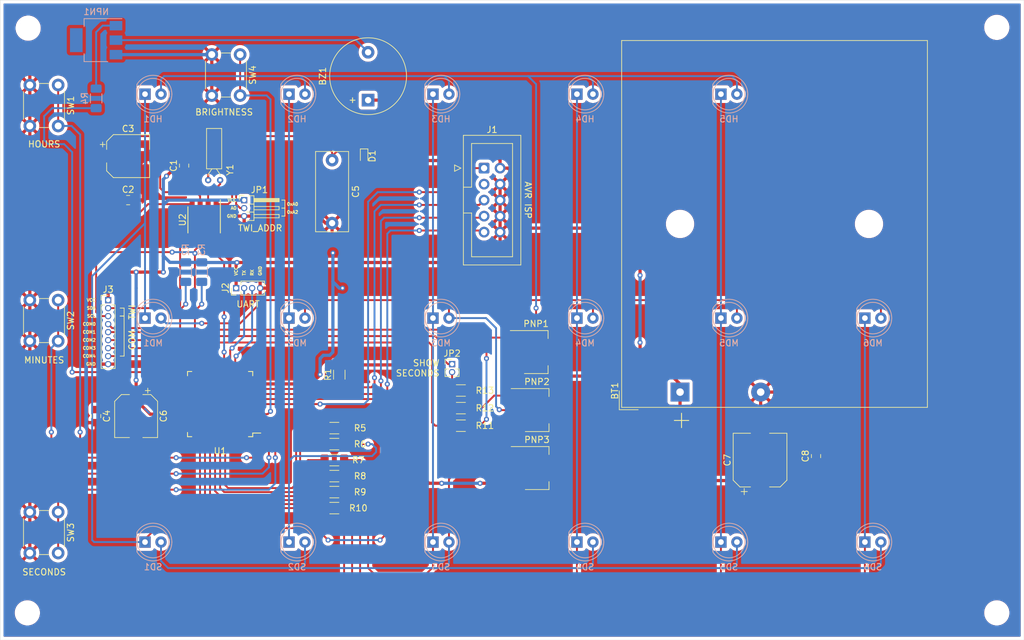
<source format=kicad_pcb>
(kicad_pcb (version 20171130) (host pcbnew 5.1.8)
  (layers (0 F.Cu signal) (31 B.Cu signal) (34 B.Paste user) (35 F.Paste user) (36 B.SilkS user) (37 F.SilkS user) (38 B.Mask user) (39 F.Mask user) (44 Edge.Cuts user))
  (net 0 "")
  (net 1 VCC)
  (net 2 GND)
  (net 3 "Net-(HD0-Pad1)")
  (net 4 "Net-(HD1-Pad1)")
  (net 5 "Net-(HD2-Pad1)")
  (net 6 "Net-(HD3-Pad1)")
  (net 7 "Net-(HD4-Pad1)")
  (net 8 /MOSI)
  (net 9 "Net-(J1-Pad3)")
  (net 10 /RST)
  (net 11 /SCK)
  (net 12 /MISO)
  (net 13 /HOUR_LED)
  (net 14 /MINUTE_LED)
  (net 15 /SECOND_LED)
  (net 16 /SDA)
  (net 17 /SCL)
  (net 18 /INC_HOUR)
  (net 19 /LED0)
  (net 20 /LED1)
  (net 21 /LED2)
  (net 22 /LED3)
  (net 23 /LED4)
  (net 24 /LED5)
  (net 25 /INC_MINUTE)
  (net 26 /INC_SECOND)
  (net 27 /RTC_INT)
  (net 28 "Net-(PNP1-Pad1)")
  (net 29 "Net-(PNP2-Pad1)")
  (net 30 "Net-(PNP3-Pad2)")
  (net 31 "Net-(PNP3-Pad1)")
  (net 32 /INC_BTNESS)
  (net 33 /RX)
  (net 34 /TX)
  (net 35 /COM4)
  (net 36 /COM3)
  (net 37 /COM2)
  (net 38 /COM1)
  (net 39 /COM0)
  (net 40 "Net-(HD1-Pad2)")
  (net 41 "Net-(HD5-Pad1)")
  (net 42 "Net-(JP1-Pad2)")
  (net 43 "Net-(MD1-Pad2)")
  (net 44 "Net-(MD6-Pad1)")
  (net 45 "Net-(JP2-Pad2)")
  (net 46 "Net-(BZ1-Pad2)")
  (net 47 "Net-(C1-Pad2)")
  (net 48 "Net-(C2-Pad1)")
  (net 49 "Net-(NPN1-Pad1)")
  (net 50 /BUZZER)
  (net 51 "Net-(U1-Pad5)")
  (net 52 "Net-(U1-Pad12)")
  (net 53 "Net-(U1-Pad13)")
  (net 54 "Net-(U1-Pad17)")
  (net 55 "Net-(U1-Pad18)")
  (net 56 "Net-(U1-Pad32)")
  (net 57 "Net-(U1-Pad33)")
  (net 58 "Net-(U1-Pad34)")
  (net 59 "Net-(U2-Pad2)")
  (module MountingHole:MountingHole_3mm (layer F.Cu) (at 224.282 60.198)
    (fp_text reference REF** hide)
    (fp_text value MountingHole_3mm hide)
    (pad 1 np_thru_hole circle (at 0 0) (size 3 3) (drill 3) (layers *.Cu *.Mask))
  )
  (module MountingHole:MountingHole_3mm (layer F.Cu) (at 224.282 153.162)
    (fp_text reference REF** hide)
    (fp_text value MountingHole_3mm hide)
    (pad 1 np_thru_hole circle (at 0 0) (size 3 3) (drill 3) (layers *.Cu *.Mask))
  )
  (module MountingHole:MountingHole_3mm (layer F.Cu) (at 70.358 153.162)
    (fp_text reference REF** hide)
    (fp_text value MountingHole_3mm hide)
    (pad 1 np_thru_hole circle (at 0 0) (size 3 3) (drill 3) (layers *.Cu *.Mask))
  )
  (module MountingHole:MountingHole_3mm (layer F.Cu) (at 70.485 60.325)
    (fp_text reference REF** hide)
    (fp_text value MountingHole_3mm hide)
    (pad 1 np_thru_hole circle (at 0 0) (size 3 3) (drill 3) (layers *.Cu *.Mask))
  )
  (module LED_THT:LED_D5.0mm (layer B.Cu) (at 89.04 106.36)
    (fp_text reference MD1 (at 1.27 3.96) (layer B.SilkS) (effects (justify mirror)))
    (fp_text value LED)
    (pad 1 thru_hole rect (at 0 0) (size 1.8 1.8) (drill 0.9) (layers *.Cu *.Mask) (net 4 "Net-(HD1-Pad1)"))
    (pad 2 thru_hole circle (at 2.54 0) (size 1.8 1.8) (drill 0.9) (layers *.Cu *.Mask) (net 43 "Net-(MD1-Pad2)"))
  )
  (module Resistor_SMD:R_1206_3216Metric_Pad1.30x1.75mm_HandSolder (layer B.Cu) (at 81.28 71.475 270)
    (fp_text reference R4 (at 0 1.82 90) (layer B.SilkS) (effects (justify mirror)))
    (fp_text value 2k2)
    (pad 2 smd roundrect (at 1.55 0 270) (size 1.3 1.75) (layers B.Cu B.Paste B.Mask) (roundrect_rratio 0.192308) (net 50 /BUZZER))
    (pad 1 smd roundrect (at -1.55 0 270) (size 1.3 1.75) (layers B.Cu B.Paste B.Mask) (roundrect_rratio 0.192308) (net 49 "Net-(NPN1-Pad1)"))
  )
  (module Package_TO_SOT_SMD:SOT-223 (layer B.Cu) (at 81.28 62.23 180)
    (fp_text reference NPN1 (at 0 4.5) (layer B.SilkS) (effects (justify mirror)))
    (fp_text value Q_NPN_BCE)
    (pad 4 smd rect (at 3.15 0 180) (size 2 3.8) (layers B.Cu B.Paste B.Mask))
    (pad 2 smd rect (at -3.15 0 180) (size 2 1.5) (layers B.Cu B.Paste B.Mask) (net 46 "Net-(BZ1-Pad2)"))
    (pad 3 smd rect (at -3.15 -2.3 180) (size 2 1.5) (layers B.Cu B.Paste B.Mask) (net 2 GND))
    (pad 1 smd rect (at -3.15 2.3 180) (size 2 1.5) (layers B.Cu B.Paste B.Mask) (net 49 "Net-(NPN1-Pad1)"))
  )
  (module Connector_PinHeader_1.27mm:PinHeader_1x09_P1.27mm_Vertical (layer F.Cu) (at 83.185 103.505)
    (fp_text reference J3 (at 0 -1.695) (layer F.SilkS))
    (fp_text value COM/TW)
    (pad 9 thru_hole oval (at 0 10.16) (size 1 1) (drill 0.65) (layers *.Cu *.Mask) (net 2 GND))
    (pad 8 thru_hole oval (at 0 8.89) (size 1 1) (drill 0.65) (layers *.Cu *.Mask) (net 35 /COM4))
    (pad 7 thru_hole oval (at 0 7.62) (size 1 1) (drill 0.65) (layers *.Cu *.Mask) (net 36 /COM3))
    (pad 6 thru_hole oval (at 0 6.35) (size 1 1) (drill 0.65) (layers *.Cu *.Mask) (net 37 /COM2))
    (pad 5 thru_hole oval (at 0 5.08) (size 1 1) (drill 0.65) (layers *.Cu *.Mask) (net 38 /COM1))
    (pad 4 thru_hole oval (at 0 3.81) (size 1 1) (drill 0.65) (layers *.Cu *.Mask) (net 39 /COM0))
    (pad 3 thru_hole oval (at 0 2.54) (size 1 1) (drill 0.65) (layers *.Cu *.Mask) (net 17 /SCL))
    (pad 2 thru_hole oval (at 0 1.27) (size 1 1) (drill 0.65) (layers *.Cu *.Mask) (net 16 /SDA))
    (pad 1 thru_hole rect (at 0 0) (size 1 1) (drill 0.65) (layers *.Cu *.Mask) (net 1 VCC))
  )
  (module Buzzer_Beeper:Buzzer_12x9.5RM7.6 (layer F.Cu) (at 124.46 71.755 90)
    (fp_text reference BZ1 (at 3.8 -7.2 90) (layer F.SilkS))
    (fp_text value Buzzer)
    (fp_text user + (at -0.01 -2.54 90) (layer F.SilkS))
    (pad 2 thru_hole circle (at 7.6 0 90) (size 2 2) (drill 1) (layers *.Cu *.Mask) (net 46 "Net-(BZ1-Pad2)"))
    (pad 1 thru_hole rect (at 0 0 90) (size 2 2) (drill 1) (layers *.Cu *.Mask) (net 1 VCC))
  )
  (module Connector_PinHeader_1.27mm:PinHeader_1x02_P1.27mm_Vertical (layer F.Cu) (at 137.795 113.665)
    (fp_text reference JP2 (at 0 -1.695) (layer F.SilkS))
    (fp_text value S_EN)
    (pad 2 thru_hole oval (at 0 1.27) (size 1 1) (drill 0.65) (layers *.Cu *.Mask) (net 45 "Net-(JP2-Pad2)"))
    (pad 1 thru_hole rect (at 0 0) (size 1 1) (drill 0.65) (layers *.Cu *.Mask) (net 15 /SECOND_LED))
  )
  (module Connector_PinHeader_1.27mm:PinHeader_1x03_P1.27mm_Horizontal (layer F.Cu) (at 104.775 87.63)
    (fp_text reference JP1 (at 2.4325 -1.635) (layer F.SilkS))
    (fp_text value TWI_ADDR)
    (pad 3 thru_hole oval (at 0 2.54) (size 1 1) (drill 0.65) (layers *.Cu *.Mask) (net 2 GND))
    (pad 2 thru_hole oval (at 0 1.27) (size 1 1) (drill 0.65) (layers *.Cu *.Mask) (net 42 "Net-(JP1-Pad2)"))
    (pad 1 thru_hole rect (at 0 0) (size 1 1) (drill 0.65) (layers *.Cu *.Mask) (net 1 VCC))
  )
  (module Connector_PinHeader_1.27mm:PinHeader_1x04_P1.27mm_Vertical (layer F.Cu) (at 103.505 101.6 90)
    (fp_text reference J2 (at 0 -1.695 90) (layer F.SilkS))
    (fp_text value UART)
    (pad 4 thru_hole oval (at 0 3.81 90) (size 1 1) (drill 0.65) (layers *.Cu *.Mask) (net 2 GND))
    (pad 3 thru_hole oval (at 0 2.54 90) (size 1 1) (drill 0.65) (layers *.Cu *.Mask) (net 33 /RX))
    (pad 2 thru_hole oval (at 0 1.27 90) (size 1 1) (drill 0.65) (layers *.Cu *.Mask) (net 34 /TX))
    (pad 1 thru_hole rect (at 0 0 90) (size 1 1) (drill 0.65) (layers *.Cu *.Mask) (net 1 VCC))
  )
  (module Button_Switch_THT:SW_PUSH_6mm (layer F.Cu) (at 104.14 64.516 270)
    (fp_text reference SW4 (at 3.25 -2 90) (layer F.SilkS))
    (fp_text value INC_BTNESS)
    (pad 1 thru_hole circle (at 6.5 0) (size 2 2) (drill 1.1) (layers *.Cu *.Mask) (net 32 /INC_BTNESS))
    (pad 2 thru_hole circle (at 6.5 4.5) (size 2 2) (drill 1.1) (layers *.Cu *.Mask) (net 2 GND))
    (pad 1 thru_hole circle (at 0 0) (size 2 2) (drill 1.1) (layers *.Cu *.Mask) (net 32 /INC_BTNESS))
    (pad 2 thru_hole circle (at 0 4.5) (size 2 2) (drill 1.1) (layers *.Cu *.Mask) (net 2 GND))
  )
  (module LED_THT:LED_D5.0mm (layer B.Cu) (at 134.76 106.36)
    (fp_text reference MD3 (at 1.27 3.96) (layer B.SilkS) (effects (justify mirror)))
    (fp_text value LED)
    (pad 1 thru_hole rect (at 0 0) (size 1.8 1.8) (drill 0.9) (layers *.Cu *.Mask) (net 6 "Net-(HD3-Pad1)"))
    (pad 2 thru_hole circle (at 2.54 0) (size 1.8 1.8) (drill 0.9) (layers *.Cu *.Mask) (net 43 "Net-(MD1-Pad2)"))
  )
  (module LED_THT:LED_D5.0mm (layer B.Cu) (at 157.62 70.8)
    (fp_text reference HD4 (at 1.27 3.96) (layer B.SilkS) (effects (justify mirror)))
    (fp_text value LED)
    (pad 1 thru_hole rect (at 0 0) (size 1.8 1.8) (drill 0.9) (layers *.Cu *.Mask) (net 7 "Net-(HD4-Pad1)"))
    (pad 2 thru_hole circle (at 2.54 0) (size 1.8 1.8) (drill 0.9) (layers *.Cu *.Mask) (net 40 "Net-(HD1-Pad2)"))
  )
  (module Connector_IDC:IDC-Header_2x05_P2.54mm_Vertical (layer F.Cu) (at 142.875 82.55)
    (fp_text reference J1 (at 1.27 -6.1) (layer F.SilkS))
    (fp_text value AVR-ISP-10)
    (pad 10 thru_hole circle (at 2.54 10.16) (size 1.7 1.7) (drill 1) (layers *.Cu *.Mask) (net 2 GND))
    (pad 8 thru_hole circle (at 2.54 7.62) (size 1.7 1.7) (drill 1) (layers *.Cu *.Mask) (net 2 GND))
    (pad 6 thru_hole circle (at 2.54 5.08) (size 1.7 1.7) (drill 1) (layers *.Cu *.Mask) (net 2 GND))
    (pad 4 thru_hole circle (at 2.54 2.54) (size 1.7 1.7) (drill 1) (layers *.Cu *.Mask) (net 2 GND))
    (pad 2 thru_hole circle (at 2.54 0) (size 1.7 1.7) (drill 1) (layers *.Cu *.Mask) (net 1 VCC))
    (pad 9 thru_hole circle (at 0 10.16) (size 1.7 1.7) (drill 1) (layers *.Cu *.Mask) (net 12 /MISO))
    (pad 7 thru_hole circle (at 0 7.62) (size 1.7 1.7) (drill 1) (layers *.Cu *.Mask) (net 11 /SCK))
    (pad 5 thru_hole circle (at 0 5.08) (size 1.7 1.7) (drill 1) (layers *.Cu *.Mask) (net 10 /RST))
    (pad 3 thru_hole circle (at 0 2.54) (size 1.7 1.7) (drill 1) (layers *.Cu *.Mask) (net 9 "Net-(J1-Pad3)"))
    (pad 1 thru_hole roundrect (at 0 0) (size 1.7 1.7) (drill 1) (layers *.Cu *.Mask) (roundrect_rratio 0.147059) (net 8 /MOSI))
  )
  (module LED_THT:LED_D5.0mm (layer B.Cu) (at 180.48 106.36)
    (fp_text reference MD5 (at 1.27 3.96) (layer B.SilkS) (effects (justify mirror)))
    (fp_text value LED)
    (pad 1 thru_hole rect (at 0 0) (size 1.8 1.8) (drill 0.9) (layers *.Cu *.Mask) (net 41 "Net-(HD5-Pad1)"))
    (pad 2 thru_hole circle (at 2.54 0) (size 1.8 1.8) (drill 0.9) (layers *.Cu *.Mask) (net 43 "Net-(MD1-Pad2)"))
  )
  (module Package_TO_SOT_SMD:SOT-223 (layer F.Cu) (at 151.27 130.175)
    (fp_text reference PNP3 (at 0 -4.5) (layer F.SilkS))
    (fp_text value Q_PNP_BCE hide)
    (pad 4 smd rect (at 3.15 0) (size 2 3.8) (layers F.Cu F.Paste F.Mask))
    (pad 2 smd rect (at -3.15 0) (size 2 1.5) (layers F.Cu F.Paste F.Mask) (net 30 "Net-(PNP3-Pad2)"))
    (pad 3 smd rect (at -3.15 2.3) (size 2 1.5) (layers F.Cu F.Paste F.Mask) (net 1 VCC))
    (pad 1 smd rect (at -3.15 -2.3) (size 2 1.5) (layers F.Cu F.Paste F.Mask) (net 31 "Net-(PNP3-Pad1)"))
  )
  (module Resistor_SMD:R_1206_3216Metric_Pad1.30x1.75mm_HandSolder (layer F.Cu) (at 119.888 115.342 90)
    (fp_text reference R1 (at 0 -1.82 90) (layer F.SilkS))
    (fp_text value 10k hide)
    (pad 1 smd roundrect (at -1.55 0 90) (size 1.3 1.75) (layers F.Cu F.Paste F.Mask) (roundrect_rratio 0.192308) (net 10 /RST))
    (pad 2 smd roundrect (at 1.55 0 90) (size 1.3 1.75) (layers F.Cu F.Paste F.Mask) (roundrect_rratio 0.192308) (net 1 VCC))
  )
  (module Resistor_SMD:R_1206_3216Metric_Pad1.30x1.75mm_HandSolder (layer B.Cu) (at 95.504 99.06 90)
    (fp_text reference R2 (at 3.556 0 90) (layer B.SilkS) (effects (justify mirror)))
    (fp_text value 4k7 hide)
    (pad 1 smd roundrect (at -1.55 0 90) (size 1.3 1.75) (layers B.Cu B.Paste B.Mask) (roundrect_rratio 0.192308) (net 16 /SDA))
    (pad 2 smd roundrect (at 1.55 0 90) (size 1.3 1.75) (layers B.Cu B.Paste B.Mask) (roundrect_rratio 0.192308) (net 1 VCC))
  )
  (module Crystal:Crystal_DS26_D2.0mm_L6.0mm_Horizontal (layer F.Cu) (at 100.965 84.455 180)
    (fp_text reference Y1 (at -1.57 1.625 90) (layer F.SilkS))
    (fp_text value 32768hZ)
    (pad 1 thru_hole circle (at 0 0 180) (size 1 1) (drill 0.5) (layers *.Cu *.Mask) (net 59 "Net-(U2-Pad2)"))
    (pad 2 thru_hole circle (at 1.9 0 180) (size 1 1) (drill 0.5) (layers *.Cu *.Mask) (net 47 "Net-(C1-Pad2)"))
  )
  (module LED_THT:LED_D5.0mm (layer B.Cu) (at 157.62 141.92)
    (fp_text reference SD4 (at 1.27 3.96) (layer B.SilkS) (effects (justify mirror)))
    (fp_text value LED)
    (pad 1 thru_hole rect (at 0 0) (size 1.8 1.8) (drill 0.9) (layers *.Cu *.Mask) (net 7 "Net-(HD4-Pad1)"))
    (pad 2 thru_hole circle (at 2.54 0) (size 1.8 1.8) (drill 0.9) (layers *.Cu *.Mask) (net 30 "Net-(PNP3-Pad2)"))
  )
  (module Capacitor_SMD:CP_Elec_6.3x5.3 (layer F.Cu) (at 87.63 121.92 270)
    (fp_text reference C6 (at 0 -4.35 90) (layer F.SilkS))
    (fp_text value 22u hide)
    (pad 2 smd roundrect (at 2.8 0 270) (size 3.5 1.6) (layers F.Cu F.Paste F.Mask) (roundrect_rratio 0.15625) (net 2 GND))
    (pad 1 smd roundrect (at -2.8 0 270) (size 3.5 1.6) (layers F.Cu F.Paste F.Mask) (roundrect_rratio 0.15625) (net 1 VCC))
  )
  (module Battery:BatteryHolder_TruPower_BH-331P_3xAA (layer F.Cu) (at 173.99 118.11 90)
    (fp_text reference BT1 (at 0.2 -10.35 90) (layer F.SilkS))
    (fp_text value 3x1.5V)
    (fp_text user + (at -4.5 0 90) (layer F.SilkS) (effects (font (size 3 3))))
    (pad 1 thru_hole rect (at 0 0 90) (size 3 3) (drill 1.2) (layers *.Cu *.Mask) (net 1 VCC))
    (pad 2 thru_hole circle (at 0 12.8 90) (size 3 3) (drill 1.2) (layers *.Cu *.Mask) (net 2 GND))
    (pad "" np_thru_hole circle (at 26.7 0 90) (size 3.5 3.5) (drill 3.5) (layers *.Cu *.Mask))
    (pad "" np_thru_hole circle (at 26.7 30 90) (size 3.5 3.5) (drill 3.5) (layers *.Cu *.Mask))
  )
  (module LED_THT:LED_D5.0mm (layer B.Cu) (at 134.76 70.8)
    (fp_text reference HD3 (at 1.27 3.96) (layer B.SilkS) (effects (justify mirror)))
    (fp_text value LED)
    (pad 2 thru_hole circle (at 2.54 0) (size 1.8 1.8) (drill 0.9) (layers *.Cu *.Mask) (net 40 "Net-(HD1-Pad2)"))
    (pad 1 thru_hole rect (at 0 0) (size 1.8 1.8) (drill 0.9) (layers *.Cu *.Mask) (net 6 "Net-(HD3-Pad1)"))
  )
  (module LED_THT:LED_D5.0mm (layer B.Cu) (at 134.76 141.92)
    (fp_text reference SD3 (at 1.27 3.96) (layer B.SilkS) (effects (justify mirror)))
    (fp_text value LED)
    (pad 2 thru_hole circle (at 2.54 0) (size 1.8 1.8) (drill 0.9) (layers *.Cu *.Mask) (net 30 "Net-(PNP3-Pad2)"))
    (pad 1 thru_hole rect (at 0 0) (size 1.8 1.8) (drill 0.9) (layers *.Cu *.Mask) (net 6 "Net-(HD3-Pad1)"))
  )
  (module LED_THT:LED_D5.0mm (layer B.Cu) (at 180.48 70.8)
    (fp_text reference HD5 (at 1.27 3.96) (layer B.SilkS) (effects (justify mirror)))
    (fp_text value LED)
    (pad 2 thru_hole circle (at 2.54 0) (size 1.8 1.8) (drill 0.9) (layers *.Cu *.Mask) (net 40 "Net-(HD1-Pad2)"))
    (pad 1 thru_hole rect (at 0 0) (size 1.8 1.8) (drill 0.9) (layers *.Cu *.Mask) (net 41 "Net-(HD5-Pad1)"))
  )
  (module LED_THT:LED_D5.0mm (layer B.Cu) (at 111.9 70.8)
    (fp_text reference HD2 (at 1.27 3.96) (layer B.SilkS) (effects (justify mirror)))
    (fp_text value LED)
    (pad 1 thru_hole rect (at 0 0) (size 1.8 1.8) (drill 0.9) (layers *.Cu *.Mask) (net 5 "Net-(HD2-Pad1)"))
    (pad 2 thru_hole circle (at 2.54 0) (size 1.8 1.8) (drill 0.9) (layers *.Cu *.Mask) (net 40 "Net-(HD1-Pad2)"))
  )
  (module Resistor_SMD:R_1206_3216Metric_Pad1.30x1.75mm_HandSolder (layer F.Cu) (at 119.1 136.525 180)
    (fp_text reference R10 (at -3.81 0) (layer F.SilkS))
    (fp_text value 56R hide)
    (pad 2 smd roundrect (at 1.55 0 180) (size 1.3 1.75) (layers F.Cu F.Paste F.Mask) (roundrect_rratio 0.192308) (net 24 /LED5))
    (pad 1 smd roundrect (at -1.55 0 180) (size 1.3 1.75) (layers F.Cu F.Paste F.Mask) (roundrect_rratio 0.192308) (net 44 "Net-(MD6-Pad1)"))
  )
  (module Diode_SMD:D_SOD-523 (layer F.Cu) (at 123.825 80.645 270)
    (fp_text reference D1 (at 0 -1.3 90) (layer F.SilkS))
    (fp_text value D_Schottky)
    (pad 1 smd rect (at -0.7 0 90) (size 0.6 0.7) (layers F.Cu F.Paste F.Mask) (net 48 "Net-(C2-Pad1)"))
    (pad 2 smd rect (at 0.7 0 90) (size 0.6 0.7) (layers F.Cu F.Paste F.Mask) (net 1 VCC))
  )
  (module Package_TO_SOT_SMD:SOT-223 (layer F.Cu) (at 151.13 111.76)
    (fp_text reference PNP1 (at 0 -4.5) (layer F.SilkS))
    (fp_text value Q_PNP_BCE hide)
    (pad 4 smd rect (at 3.15 0) (size 2 3.8) (layers F.Cu F.Paste F.Mask))
    (pad 2 smd rect (at -3.15 0) (size 2 1.5) (layers F.Cu F.Paste F.Mask) (net 40 "Net-(HD1-Pad2)"))
    (pad 3 smd rect (at -3.15 2.3) (size 2 1.5) (layers F.Cu F.Paste F.Mask) (net 1 VCC))
    (pad 1 smd rect (at -3.15 -2.3) (size 2 1.5) (layers F.Cu F.Paste F.Mask) (net 28 "Net-(PNP1-Pad1)"))
  )
  (module Resistor_SMD:R_1206_3216Metric_Pad1.30x1.75mm_HandSolder (layer B.Cu) (at 98.044 99.06 90)
    (fp_text reference R3 (at 3.556 0 90) (layer B.SilkS) (effects (justify mirror)))
    (fp_text value 4k7 hide)
    (pad 2 smd roundrect (at 1.55 0 90) (size 1.3 1.75) (layers B.Cu B.Paste B.Mask) (roundrect_rratio 0.192308) (net 1 VCC))
    (pad 1 smd roundrect (at -1.55 0 90) (size 1.3 1.75) (layers B.Cu B.Paste B.Mask) (roundrect_rratio 0.192308) (net 17 /SCL))
  )
  (module Package_SO:Diodes_SO-8EP (layer F.Cu) (at 98.425 90.7625 270)
    (fp_text reference U2 (at 0 3.429 90) (layer F.SilkS))
    (fp_text value PCF8583P)
    (pad 1 smd rect (at -2.4975 -1.905 270) (size 1.505 0.802) (layers F.Cu F.Paste F.Mask) (net 47 "Net-(C1-Pad2)"))
    (pad 2 smd rect (at -2.4975 -0.635 270) (size 1.505 0.802) (layers F.Cu F.Paste F.Mask) (net 59 "Net-(U2-Pad2)"))
    (pad 3 smd rect (at -2.4975 0.635 270) (size 1.505 0.802) (layers F.Cu F.Paste F.Mask) (net 42 "Net-(JP1-Pad2)"))
    (pad 4 smd rect (at -2.4975 1.905 270) (size 1.505 0.802) (layers F.Cu F.Paste F.Mask) (net 48 "Net-(C2-Pad1)"))
    (pad 5 smd rect (at 2.4975 1.905 270) (size 1.505 0.802) (layers F.Cu F.Paste F.Mask) (net 16 /SDA))
    (pad 6 smd rect (at 2.4975 0.635 270) (size 1.505 0.802) (layers F.Cu F.Paste F.Mask) (net 17 /SCL))
    (pad 7 smd rect (at 2.4975 -0.635 270) (size 1.505 0.802) (layers F.Cu F.Paste F.Mask) (net 27 /RTC_INT))
    (pad 8 smd rect (at 2.4975 -1.905 270) (size 1.505 0.802) (layers F.Cu F.Paste F.Mask) (net 2 GND))
    (pad 9 smd rect (at 0 0 270) (size 2.613 3.502) (layers F.Cu F.Paste F.Mask))
  )
  (module LED_THT:LED_D5.0mm (layer B.Cu) (at 157.62 106.36)
    (fp_text reference MD4 (at 1.27 3.96) (layer B.SilkS) (effects (justify mirror)))
    (fp_text value LED)
    (pad 2 thru_hole circle (at 2.54 0) (size 1.8 1.8) (drill 0.9) (layers *.Cu *.Mask) (net 43 "Net-(MD1-Pad2)"))
    (pad 1 thru_hole rect (at 0 0) (size 1.8 1.8) (drill 0.9) (layers *.Cu *.Mask) (net 7 "Net-(HD4-Pad1)"))
  )
  (module Capacitor_SMD:CP_Elec_8x10 (layer F.Cu) (at 186.69 128.905 90)
    (fp_text reference C7 (at 0 -5.2 90) (layer F.SilkS))
    (fp_text value 470u hide)
    (pad 2 smd roundrect (at 3.25 0 90) (size 3.5 2.5) (layers F.Cu F.Paste F.Mask) (roundrect_rratio 0.1) (net 2 GND))
    (pad 1 smd roundrect (at -3.25 0 90) (size 3.5 2.5) (layers F.Cu F.Paste F.Mask) (roundrect_rratio 0.1) (net 1 VCC))
  )
  (module LED_THT:LED_D5.0mm (layer B.Cu) (at 180.48 141.92)
    (fp_text reference SD5 (at 1.27 3.96) (layer B.SilkS) (effects (justify mirror)))
    (fp_text value LED)
    (pad 2 thru_hole circle (at 2.54 0) (size 1.8 1.8) (drill 0.9) (layers *.Cu *.Mask) (net 30 "Net-(PNP3-Pad2)"))
    (pad 1 thru_hole rect (at 0 0) (size 1.8 1.8) (drill 0.9) (layers *.Cu *.Mask) (net 41 "Net-(HD5-Pad1)"))
  )
  (module Resistor_SMD:R_1206_3216Metric_Pad1.30x1.75mm_HandSolder (layer F.Cu) (at 119.1 128.905 180)
    (fp_text reference R7 (at -3.81 0) (layer F.SilkS))
    (fp_text value 56R hide)
    (pad 1 smd roundrect (at -1.55 0 180) (size 1.3 1.75) (layers F.Cu F.Paste F.Mask) (roundrect_rratio 0.192308) (net 6 "Net-(HD3-Pad1)"))
    (pad 2 smd roundrect (at 1.55 0 180) (size 1.3 1.75) (layers F.Cu F.Paste F.Mask) (roundrect_rratio 0.192308) (net 21 /LED2))
  )
  (module Resistor_SMD:R_1206_3216Metric_Pad1.30x1.75mm_HandSolder (layer F.Cu) (at 139.192 123.444 180)
    (fp_text reference R11 (at -3.81 0) (layer F.SilkS))
    (fp_text value 2k2 hide)
    (pad 2 smd roundrect (at 1.55 0 180) (size 1.3 1.75) (layers F.Cu F.Paste F.Mask) (roundrect_rratio 0.192308) (net 13 /HOUR_LED))
    (pad 1 smd roundrect (at -1.55 0 180) (size 1.3 1.75) (layers F.Cu F.Paste F.Mask) (roundrect_rratio 0.192308) (net 28 "Net-(PNP1-Pad1)"))
  )
  (module Package_QFP:TQFP-44-1EP_10x10mm_P0.8mm_EP4.5x4.5mm (layer F.Cu) (at 100.965 120.015 180)
    (fp_text reference U1 (at 0 -7.45) (layer F.SilkS))
    (fp_text value ATmega32A-PU)
    (pad 1 smd rect (at -5.7 -4 180) (size 1.5 0.55) (layers F.Cu F.Paste F.Mask) (net 18 /INC_HOUR))
    (pad 2 smd rect (at -5.7 -3.2 180) (size 1.5 0.55) (layers F.Cu F.Paste F.Mask) (net 25 /INC_MINUTE))
    (pad 3 smd rect (at -5.7 -2.4 180) (size 1.5 0.55) (layers F.Cu F.Paste F.Mask) (net 26 /INC_SECOND))
    (pad 4 smd rect (at -5.7 -1.6 180) (size 1.5 0.55) (layers F.Cu F.Paste F.Mask) (net 32 /INC_BTNESS))
    (pad 5 smd rect (at -5.7 -0.8 180) (size 1.5 0.55) (layers F.Cu F.Paste F.Mask) (net 51 "Net-(U1-Pad5)"))
    (pad 6 smd rect (at -5.7 0 180) (size 1.5 0.55) (layers F.Cu F.Paste F.Mask) (net 8 /MOSI))
    (pad 7 smd rect (at -5.7 0.8 180) (size 1.5 0.55) (layers F.Cu F.Paste F.Mask) (net 12 /MISO))
    (pad 8 smd rect (at -5.7 1.6 180) (size 1.5 0.55) (layers F.Cu F.Paste F.Mask) (net 11 /SCK))
    (pad 9 smd rect (at -5.7 2.4 180) (size 1.5 0.55) (layers F.Cu F.Paste F.Mask) (net 10 /RST))
    (pad 10 smd rect (at -5.7 3.2 180) (size 1.5 0.55) (layers F.Cu F.Paste F.Mask) (net 1 VCC))
    (pad 11 smd rect (at -5.7 4 180) (size 1.5 0.55) (layers F.Cu F.Paste F.Mask) (net 2 GND))
    (pad 12 smd rect (at -4 5.7 270) (size 1.5 0.55) (layers F.Cu F.Paste F.Mask) (net 52 "Net-(U1-Pad12)"))
    (pad 13 smd rect (at -3.2 5.7 270) (size 1.5 0.55) (layers F.Cu F.Paste F.Mask) (net 53 "Net-(U1-Pad13)"))
    (pad 14 smd rect (at -2.4 5.7 270) (size 1.5 0.55) (layers F.Cu F.Paste F.Mask) (net 33 /RX))
    (pad 15 smd rect (at -1.6 5.7 270) (size 1.5 0.55) (layers F.Cu F.Paste F.Mask) (net 34 /TX))
    (pad 16 smd rect (at -0.8 5.7 270) (size 1.5 0.55) (layers F.Cu F.Paste F.Mask) (net 27 /RTC_INT))
    (pad 17 smd rect (at 0 5.7 270) (size 1.5 0.55) (layers F.Cu F.Paste F.Mask) (net 54 "Net-(U1-Pad17)"))
    (pad 18 smd rect (at 0.8 5.7 270) (size 1.5 0.55) (layers F.Cu F.Paste F.Mask) (net 55 "Net-(U1-Pad18)"))
    (pad 19 smd rect (at 1.6 5.7 270) (size 1.5 0.55) (layers F.Cu F.Paste F.Mask) (net 13 /HOUR_LED))
    (pad 20 smd rect (at 2.4 5.7 270) (size 1.5 0.55) (layers F.Cu F.Paste F.Mask) (net 14 /MINUTE_LED))
    (pad 21 smd rect (at 3.2 5.7 270) (size 1.5 0.55) (layers F.Cu F.Paste F.Mask) (net 15 /SECOND_LED))
    (pad 22 smd rect (at 4 5.7 270) (size 1.5 0.55) (layers F.Cu F.Paste F.Mask) (net 17 /SCL))
    (pad 23 smd rect (at 5.7 4 180) (size 1.5 0.55) (layers F.Cu F.Paste F.Mask) (net 16 /SDA))
    (pad 24 smd rect (at 5.7 3.2 180) (size 1.5 0.55) (layers F.Cu F.Paste F.Mask) (net 39 /COM0))
    (pad 25 smd rect (at 5.7 2.4 180) (size 1.5 0.55) (layers F.Cu F.Paste F.Mask) (net 38 /COM1))
    (pad 26 smd rect (at 5.7 1.6 180) (size 1.5 0.55) (layers F.Cu F.Paste F.Mask) (net 37 /COM2))
    (pad 27 smd rect (at 5.7 0.8 180) (size 1.5 0.55) (layers F.Cu F.Paste F.Mask) (net 36 /COM3))
    (pad 28 smd rect (at 5.7 0 180) (size 1.5 0.55) (layers F.Cu F.Paste F.Mask) (net 35 /COM4))
    (pad 29 smd rect (at 5.7 -0.8 180) (size 1.5 0.55) (layers F.Cu F.Paste F.Mask) (net 50 /BUZZER))
    (pad 30 smd rect (at 5.7 -1.6 180) (size 1.5 0.55) (layers F.Cu F.Paste F.Mask) (net 1 VCC))
    (pad 31 smd rect (at 5.7 -2.4 180) (size 1.5 0.55) (layers F.Cu F.Paste F.Mask) (net 2 GND))
    (pad 32 smd rect (at 5.7 -3.2 180) (size 1.5 0.55) (layers F.Cu F.Paste F.Mask) (net 56 "Net-(U1-Pad32)"))
    (pad 33 smd rect (at 5.7 -4 180) (size 1.5 0.55) (layers F.Cu F.Paste F.Mask) (net 57 "Net-(U1-Pad33)"))
    (pad 34 smd rect (at 4 -5.7 270) (size 1.5 0.55) (layers F.Cu F.Paste F.Mask) (net 58 "Net-(U1-Pad34)"))
    (pad 35 smd rect (at 3.2 -5.7 270) (size 1.5 0.55) (layers F.Cu F.Paste F.Mask) (net 24 /LED5))
    (pad 36 smd rect (at 2.4 -5.7 270) (size 1.5 0.55) (layers F.Cu F.Paste F.Mask) (net 23 /LED4))
    (pad 37 smd rect (at 1.6 -5.7 270) (size 1.5 0.55) (layers F.Cu F.Paste F.Mask) (net 22 /LED3))
    (pad 38 smd rect (at 0.8 -5.7 270) (size 1.5 0.55) (layers F.Cu F.Paste F.Mask) (net 21 /LED2))
    (pad 39 smd rect (at 0 -5.7 270) (size 1.5 0.55) (layers F.Cu F.Paste F.Mask) (net 20 /LED1))
    (pad 40 smd rect (at -0.8 -5.7 270) (size 1.5 0.55) (layers F.Cu F.Paste F.Mask) (net 19 /LED0))
    (pad 41 smd rect (at -1.6 -5.7 270) (size 1.5 0.55) (layers F.Cu F.Paste F.Mask))
    (pad 42 smd rect (at -2.4 -5.7 270) (size 1.5 0.55) (layers F.Cu F.Paste F.Mask))
    (pad 43 smd rect (at -3.2 -5.7 270) (size 1.5 0.55) (layers F.Cu F.Paste F.Mask))
    (pad 44 smd rect (at -4 -5.7 270) (size 1.5 0.55) (layers F.Cu F.Paste F.Mask))
    (pad 45 smd rect (at 0 0 180) (size 4.5 4.5) (layers F.Cu F.Mask))
  )
  (module Resistor_SMD:R_1206_3216Metric_Pad1.30x1.75mm_HandSolder (layer F.Cu) (at 139.192 117.856 180)
    (fp_text reference R13 (at -3.81 0) (layer F.SilkS))
    (fp_text value 2k2 hide)
    (pad 1 smd roundrect (at -1.55 0 180) (size 1.3 1.75) (layers F.Cu F.Paste F.Mask) (roundrect_rratio 0.192308) (net 31 "Net-(PNP3-Pad1)"))
    (pad 2 smd roundrect (at 1.55 0 180) (size 1.3 1.75) (layers F.Cu F.Paste F.Mask) (roundrect_rratio 0.192308) (net 45 "Net-(JP2-Pad2)"))
  )
  (module Resistor_SMD:R_1206_3216Metric_Pad1.30x1.75mm_HandSolder (layer F.Cu) (at 139.192 120.65 180)
    (fp_text reference R12 (at -3.81 0) (layer F.SilkS))
    (fp_text value 2k2 hide)
    (pad 2 smd roundrect (at 1.55 0 180) (size 1.3 1.75) (layers F.Cu F.Paste F.Mask) (roundrect_rratio 0.192308) (net 14 /MINUTE_LED))
    (pad 1 smd roundrect (at -1.55 0 180) (size 1.3 1.75) (layers F.Cu F.Paste F.Mask) (roundrect_rratio 0.192308) (net 29 "Net-(PNP2-Pad1)"))
  )
  (module Capacitor_SMD:C_0805_2012Metric_Pad1.18x1.45mm_HandSolder (layer F.Cu) (at 195.58 128.27 90)
    (fp_text reference C8 (at 0 -1.68 90) (layer F.SilkS))
    (fp_text value 100n hide)
    (pad 1 smd roundrect (at -1.0375 0 90) (size 1.175 1.45) (layers F.Cu F.Paste F.Mask) (roundrect_rratio 0.212766) (net 1 VCC))
    (pad 2 smd roundrect (at 1.0375 0 90) (size 1.175 1.45) (layers F.Cu F.Paste F.Mask) (roundrect_rratio 0.212766) (net 2 GND))
  )
  (module LED_THT:LED_D5.0mm (layer B.Cu) (at 89.04 70.8)
    (fp_text reference HD1 (at 1.27 3.96) (layer B.SilkS) (effects (justify mirror)))
    (fp_text value LED)
    (pad 2 thru_hole circle (at 2.54 0) (size 1.8 1.8) (drill 0.9) (layers *.Cu *.Mask) (net 40 "Net-(HD1-Pad2)"))
    (pad 1 thru_hole rect (at 0 0) (size 1.8 1.8) (drill 0.9) (layers *.Cu *.Mask) (net 4 "Net-(HD1-Pad1)"))
  )
  (module Capacitor_THT:C_Disc_D12.5mm_W5.0mm_P10.00mm (layer F.Cu) (at 118.745 81.28 270)
    (fp_text reference C5 (at 5 -3.75 90) (layer F.SilkS))
    (fp_text value 0.1-1F)
    (pad 2 thru_hole circle (at 10 0 270) (size 2 2) (drill 1) (layers *.Cu *.Mask) (net 2 GND))
    (pad 1 thru_hole circle (at 0 0 270) (size 2 2) (drill 1) (layers *.Cu *.Mask) (net 48 "Net-(C2-Pad1)"))
  )
  (module Package_TO_SOT_SMD:SOT-223 (layer F.Cu) (at 151.27 120.97)
    (fp_text reference PNP2 (at 0 -4.5) (layer F.SilkS))
    (fp_text value Q_PNP_BCE hide)
    (pad 1 smd rect (at -3.15 -2.3) (size 2 1.5) (layers F.Cu F.Paste F.Mask) (net 29 "Net-(PNP2-Pad1)"))
    (pad 3 smd rect (at -3.15 2.3) (size 2 1.5) (layers F.Cu F.Paste F.Mask) (net 1 VCC))
    (pad 2 smd rect (at -3.15 0) (size 2 1.5) (layers F.Cu F.Paste F.Mask) (net 43 "Net-(MD1-Pad2)"))
    (pad 4 smd rect (at 3.15 0) (size 2 3.8) (layers F.Cu F.Paste F.Mask))
  )
  (module LED_THT:LED_D5.0mm (layer B.Cu) (at 111.9 141.92)
    (fp_text reference SD2 (at 1.27 3.96) (layer B.SilkS) (effects (justify mirror)))
    (fp_text value LED)
    (pad 1 thru_hole rect (at 0 0) (size 1.8 1.8) (drill 0.9) (layers *.Cu *.Mask) (net 5 "Net-(HD2-Pad1)"))
    (pad 2 thru_hole circle (at 2.54 0) (size 1.8 1.8) (drill 0.9) (layers *.Cu *.Mask) (net 30 "Net-(PNP3-Pad2)"))
  )
  (module LED_THT:LED_D5.0mm (layer B.Cu) (at 89.04 141.92)
    (fp_text reference SD1 (at 1.27 3.96) (layer B.SilkS) (effects (justify mirror)))
    (fp_text value LED)
    (pad 2 thru_hole circle (at 2.54 0) (size 1.8 1.8) (drill 0.9) (layers *.Cu *.Mask) (net 30 "Net-(PNP3-Pad2)"))
    (pad 1 thru_hole rect (at 0 0) (size 1.8 1.8) (drill 0.9) (layers *.Cu *.Mask) (net 4 "Net-(HD1-Pad1)"))
  )
  (module LED_THT:LED_D5.0mm (layer B.Cu) (at 111.9 106.36)
    (fp_text reference MD2 (at 1.27 3.96) (layer B.SilkS) (effects (justify mirror)))
    (fp_text value LED)
    (pad 2 thru_hole circle (at 2.54 0) (size 1.8 1.8) (drill 0.9) (layers *.Cu *.Mask) (net 43 "Net-(MD1-Pad2)"))
    (pad 1 thru_hole rect (at 0 0) (size 1.8 1.8) (drill 0.9) (layers *.Cu *.Mask) (net 5 "Net-(HD2-Pad1)"))
  )
  (module Capacitor_SMD:C_0805_2012Metric_Pad1.18x1.45mm_HandSolder (layer F.Cu) (at 86.36 87.63)
    (fp_text reference C2 (at 0 -1.68) (layer F.SilkS))
    (fp_text value 22p hide)
    (pad 2 smd roundrect (at 1.0375 0) (size 1.175 1.45) (layers F.Cu F.Paste F.Mask) (roundrect_rratio 0.212766) (net 2 GND))
    (pad 1 smd roundrect (at -1.0375 0) (size 1.175 1.45) (layers F.Cu F.Paste F.Mask) (roundrect_rratio 0.212766) (net 48 "Net-(C2-Pad1)"))
  )
  (module Capacitor_SMD:CP_Elec_6.3x5.3 (layer F.Cu) (at 86.36 80.645)
    (fp_text reference C3 (at 0 -4.35) (layer F.SilkS))
    (fp_text value 47u hide)
    (pad 1 smd roundrect (at -2.8 0) (size 3.5 1.6) (layers F.Cu F.Paste F.Mask) (roundrect_rratio 0.15625) (net 48 "Net-(C2-Pad1)"))
    (pad 2 smd roundrect (at 2.8 0) (size 3.5 1.6) (layers F.Cu F.Paste F.Mask) (roundrect_rratio 0.15625) (net 2 GND))
  )
  (module Resistor_SMD:R_1206_3216Metric_Pad1.30x1.75mm_HandSolder (layer F.Cu) (at 119.1 133.985 180)
    (fp_text reference R9 (at -4.09 0) (layer F.SilkS))
    (fp_text value 56R hide)
    (pad 1 smd roundrect (at -1.55 0 180) (size 1.3 1.75) (layers F.Cu F.Paste F.Mask) (roundrect_rratio 0.192308) (net 41 "Net-(HD5-Pad1)"))
    (pad 2 smd roundrect (at 1.55 0 180) (size 1.3 1.75) (layers F.Cu F.Paste F.Mask) (roundrect_rratio 0.192308) (net 23 /LED4))
  )
  (module Capacitor_SMD:C_0805_2012Metric_Pad1.18x1.45mm_HandSolder (layer F.Cu) (at 81.28 121.92 270)
    (fp_text reference C4 (at 0 -1.68 90) (layer F.SilkS))
    (fp_text value 100n hide)
    (pad 1 smd roundrect (at -1.0375 0 270) (size 1.175 1.45) (layers F.Cu F.Paste F.Mask) (roundrect_rratio 0.212766) (net 1 VCC))
    (pad 2 smd roundrect (at 1.0375 0 270) (size 1.175 1.45) (layers F.Cu F.Paste F.Mask) (roundrect_rratio 0.212766) (net 2 GND))
  )
  (module LED_THT:LED_D5.0mm (layer B.Cu) (at 203.34 106.36)
    (fp_text reference MD6 (at 1.27 3.96) (layer B.SilkS) (effects (justify mirror)))
    (fp_text value LED)
    (pad 2 thru_hole circle (at 2.54 0) (size 1.8 1.8) (drill 0.9) (layers *.Cu *.Mask) (net 43 "Net-(MD1-Pad2)"))
    (pad 1 thru_hole rect (at 0 0) (size 1.8 1.8) (drill 0.9) (layers *.Cu *.Mask) (net 44 "Net-(MD6-Pad1)"))
  )
  (module Capacitor_SMD:C_0805_2012Metric_Pad1.18x1.45mm_HandSolder (layer F.Cu) (at 95.25 82.1475 90)
    (fp_text reference C1 (at 0 -1.68 90) (layer F.SilkS))
    (fp_text value 22p hide)
    (pad 2 smd roundrect (at 1.0375 0 90) (size 1.175 1.45) (layers F.Cu F.Paste F.Mask) (roundrect_rratio 0.212766) (net 47 "Net-(C1-Pad2)"))
    (pad 1 smd roundrect (at -1.0375 0 90) (size 1.175 1.45) (layers F.Cu F.Paste F.Mask) (roundrect_rratio 0.212766) (net 1 VCC))
  )
  (module Resistor_SMD:R_1206_3216Metric_Pad1.30x1.75mm_HandSolder (layer F.Cu) (at 119.1 126.365 180)
    (fp_text reference R6 (at -4.09 0) (layer F.SilkS))
    (fp_text value 56R hide)
    (pad 1 smd roundrect (at -1.55 0 180) (size 1.3 1.75) (layers F.Cu F.Paste F.Mask) (roundrect_rratio 0.192308) (net 5 "Net-(HD2-Pad1)"))
    (pad 2 smd roundrect (at 1.55 0 180) (size 1.3 1.75) (layers F.Cu F.Paste F.Mask) (roundrect_rratio 0.192308) (net 20 /LED1))
  )
  (module Resistor_SMD:R_1206_3216Metric_Pad1.30x1.75mm_HandSolder (layer F.Cu) (at 119.1 123.825 180)
    (fp_text reference R5 (at -4.09 0) (layer F.SilkS))
    (fp_text value 56R hide)
    (pad 1 smd roundrect (at -1.55 0 180) (size 1.3 1.75) (layers F.Cu F.Paste F.Mask) (roundrect_rratio 0.192308) (net 4 "Net-(HD1-Pad1)"))
    (pad 2 smd roundrect (at 1.55 0 180) (size 1.3 1.75) (layers F.Cu F.Paste F.Mask) (roundrect_rratio 0.192308) (net 19 /LED0))
  )
  (module Resistor_SMD:R_1206_3216Metric_Pad1.30x1.75mm_HandSolder (layer F.Cu) (at 119.1 131.445 180)
    (fp_text reference R8 (at -4.09 0) (layer F.SilkS))
    (fp_text value 56R hide)
    (pad 2 smd roundrect (at 1.55 0 180) (size 1.3 1.75) (layers F.Cu F.Paste F.Mask) (roundrect_rratio 0.192308) (net 22 /LED3))
    (pad 1 smd roundrect (at -1.55 0 180) (size 1.3 1.75) (layers F.Cu F.Paste F.Mask) (roundrect_rratio 0.192308) (net 7 "Net-(HD4-Pad1)"))
  )
  (module LED_THT:LED_D5.0mm (layer B.Cu) (at 203.34 141.92)
    (fp_text reference SD6 (at 1.27 3.96) (layer B.SilkS) (effects (justify mirror)))
    (fp_text value LED)
    (pad 2 thru_hole circle (at 2.54 0) (size 1.8 1.8) (drill 0.9) (layers *.Cu *.Mask) (net 30 "Net-(PNP3-Pad2)"))
    (pad 1 thru_hole rect (at 0 0) (size 1.8 1.8) (drill 0.9) (layers *.Cu *.Mask) (net 44 "Net-(MD6-Pad1)"))
  )
  (module Button_Switch_THT:SW_PUSH_6mm (layer F.Cu) (at 75.25 69.355 270)
    (fp_text reference SW1 (at 3.25 -2 90) (layer F.SilkS))
    (fp_text value INC_HOUR)
    (pad 1 thru_hole circle (at 6.5 0) (size 2 2) (drill 1.1) (layers *.Cu *.Mask) (net 18 /INC_HOUR))
    (pad 2 thru_hole circle (at 6.5 4.5) (size 2 2) (drill 1.1) (layers *.Cu *.Mask) (net 2 GND))
    (pad 1 thru_hole circle (at 0 0) (size 2 2) (drill 1.1) (layers *.Cu *.Mask) (net 18 /INC_HOUR))
    (pad 2 thru_hole circle (at 0 4.5) (size 2 2) (drill 1.1) (layers *.Cu *.Mask) (net 2 GND))
  )
  (module Button_Switch_THT:SW_PUSH_6mm (layer F.Cu) (at 75.25 103.505 270)
    (fp_text reference SW2 (at 3.25 -2 90) (layer F.SilkS))
    (fp_text value INC_MINUTE)
    (pad 2 thru_hole circle (at 0 4.5) (size 2 2) (drill 1.1) (layers *.Cu *.Mask) (net 2 GND))
    (pad 1 thru_hole circle (at 0 0) (size 2 2) (drill 1.1) (layers *.Cu *.Mask) (net 25 /INC_MINUTE))
    (pad 2 thru_hole circle (at 6.5 4.5) (size 2 2) (drill 1.1) (layers *.Cu *.Mask) (net 2 GND))
    (pad 1 thru_hole circle (at 6.5 0) (size 2 2) (drill 1.1) (layers *.Cu *.Mask) (net 25 /INC_MINUTE))
  )
  (module Button_Switch_THT:SW_PUSH_6mm (layer F.Cu) (at 75.2475 137.16 270)
    (fp_text reference SW3 (at 3.25 -2 90) (layer F.SilkS))
    (fp_text value INC_SECOND)
    (pad 2 thru_hole circle (at 0 4.5) (size 2 2) (drill 1.1) (layers *.Cu *.Mask) (net 2 GND))
    (pad 1 thru_hole circle (at 0 0) (size 2 2) (drill 1.1) (layers *.Cu *.Mask) (net 26 /INC_SECOND))
    (pad 2 thru_hole circle (at 6.5 4.5) (size 2 2) (drill 1.1) (layers *.Cu *.Mask) (net 2 GND))
    (pad 1 thru_hole circle (at 6.5 0) (size 2 2) (drill 1.1) (layers *.Cu *.Mask) (net 26 /INC_SECOND))
  )
  (gr_line (start 85.725 112.395) (end 85.09 112.395) (layer F.SilkS) (width 0.12))
  (gr_line (start 85.725 106.045) (end 85.725 112.395) (layer F.SilkS) (width 0.12))
  (gr_text TWI_ADDR (at 107.315 92.075) (layer F.SilkS) (effects (font (size 1 1))))
  (gr_text 0xA0 (at 111.506 88.265) (layer F.SilkS) (effects (font (size 0.492 0.492) (thickness 0.123)) (justify left)))
  (gr_text 0xA2 (at 111.506 89.535) (layer F.SilkS) (effects (font (size 0.492 0.492) (thickness 0.123)) (justify left)))
  (gr_line (start 111.252 90.17) (end 110.744 90.17) (layer F.SilkS) (width 0.12))
  (gr_line (start 111.252 88.9) (end 111.252 90.17) (layer F.SilkS) (width 0.12))
  (gr_line (start 111.252 88.9) (end 110.744 88.9) (layer F.SilkS) (width 0.12))
  (gr_line (start 111.252 87.63) (end 111.252 88.9) (layer F.SilkS) (width 0.12))
  (gr_line (start 110.744 87.63) (end 111.252 87.63) (layer F.SilkS) (width 0.12))
  (gr_text GND (at 103.632 90.17) (layer F.SilkS) (effects (font (size 0.492 0.492) (thickness 0.123)) (justify right)))
  (gr_text A0 (at 103.632 88.9) (layer F.SilkS) (effects (font (size 0.492 0.492) (thickness 0.123)) (justify right)))
  (gr_text VCC (at 103.632 87.63) (layer F.SilkS) (effects (font (size 0.492 0.492) (thickness 0.123)) (justify right)))
  (gr_line (start 85.09 106.045) (end 85.725 106.045) (layer F.SilkS) (width 0.12))
  (gr_text TWI (at 86.995 105.41 90) (layer F.SilkS) (effects (font (size 1 1))))
  (gr_line (start 85.725 104.775) (end 85.09 104.775) (layer F.SilkS) (width 0.12))
  (gr_line (start 85.725 106.045) (end 85.725 104.775) (layer F.SilkS) (width 0.12))
  (gr_line (start 85.09 106.045) (end 85.725 106.045) (layer F.SilkS) (width 0.12))
  (gr_text VCC (at 81.28 103.505) (layer F.SilkS) (effects (font (size 0.492 0.492) (thickness 0.123)) (justify right)))
  (gr_text SDA (at 81.28 104.775) (layer F.SilkS) (effects (font (size 0.492 0.492) (thickness 0.123)) (justify right)))
  (gr_text SCL (at 81.28 106.045) (layer F.SilkS) (effects (font (size 0.492 0.492) (thickness 0.123)) (justify right)))
  (gr_text COM0 (at 81.28 107.315) (layer F.SilkS) (effects (font (size 0.492 0.492) (thickness 0.123)) (justify right)))
  (gr_text COM1 (at 81.28 108.585) (layer F.SilkS) (effects (font (size 0.492 0.492) (thickness 0.123)) (justify right)))
  (gr_text COM2 (at 81.28 109.855) (layer F.SilkS) (effects (font (size 0.492 0.492) (thickness 0.123)) (justify right)))
  (gr_text COM3 (at 81.28 111.125) (layer F.SilkS) (effects (font (size 0.492 0.492) (thickness 0.123)) (justify right)))
  (gr_text COM4 (at 81.28 112.395) (layer F.SilkS) (effects (font (size 0.492 0.492) (thickness 0.123)) (justify right)))
  (gr_text GND (at 81.28 113.665) (layer F.SilkS) (effects (font (size 0.492 0.492) (thickness 0.123)) (justify right)))
  (gr_text GND (at 107.315 99.695 90) (layer F.SilkS) (effects (font (size 0.492 0.492) (thickness 0.123)) (justify left)))
  (gr_text RX (at 106.045 99.695 90) (layer F.SilkS) (effects (font (size 0.492 0.492) (thickness 0.123)) (justify left)))
  (gr_text TX (at 104.775 99.695 90) (layer F.SilkS) (effects (font (size 0.492 0.492) (thickness 0.123)) (justify left)))
  (gr_text VCC (at 103.505 99.695 90) (layer F.SilkS) (effects (font (size 0.492 0.492) (thickness 0.123)) (justify left)))
  (gr_text UART (at 105.41 104.14) (layer F.SilkS) (effects (font (size 1 1))))
  (gr_text COM (at 86.995 109.855 90) (layer F.SilkS) (effects (font (size 1 1))))
  (gr_text BRIGHTNESS (at 101.6 73.66) (layer F.SilkS) (effects (font (size 1 1))))
  (gr_text "AVR ISP" (at 149.86 87.63 270) (layer F.SilkS) (effects (font (size 1 1))))
  (gr_text "SHOW\nSECONDS" (at 135.89 114.3) (layer F.SilkS) (effects (font (size 1 1)) (justify right)))
  (gr_text SECONDS (at 73.025 146.685) (layer F.SilkS) (effects (font (size 1 1))))
  (gr_text MINUTES (at 73.025 113.03) (layer F.SilkS) (effects (font (size 1 1))))
  (gr_text HOURS (at 73.025 78.74) (layer F.SilkS) (effects (font (size 1 1))))
  (gr_line (start 66.04 55.88) (end 228.6 55.88) (layer Edge.Cuts) (width 0.05))
  (gr_line (start 66.04 157.48) (end 66.04 55.88) (layer Edge.Cuts) (width 0.05))
  (gr_line (start 228.6 157.48) (end 66.04 157.48) (layer Edge.Cuts) (width 0.05))
  (gr_line (start 228.6 55.88) (end 228.6 157.48) (layer Edge.Cuts) (width 0.05))
  (segment (start 173.99 118.11) (end 173.355 118.745) (width 0.508) (layer F.Cu) (net 1))
  (segment (start 173.355 118.745) (end 173.99 119.38) (width 0.508) (layer F.Cu) (net 1))
  (segment (start 173.99 119.38) (end 173.99 131.445) (width 0.508) (layer F.Cu) (net 1))
  (segment (start 174.7 132.155) (end 186.69 132.155) (width 0.508) (layer F.Cu) (net 1))
  (segment (start 173.99 131.445) (end 174.7 132.155) (width 0.508) (layer F.Cu) (net 1))
  (segment (start 195.58 129.3075) (end 188.1925 129.3075) (width 0.508) (layer F.Cu) (net 1))
  (segment (start 186.69 130.81) (end 186.69 132.155) (width 0.508) (layer F.Cu) (net 1))
  (segment (start 188.1925 129.3075) (end 186.69 130.81) (width 0.508) (layer F.Cu) (net 1))
  (segment (start 147.98 114.06) (end 150.255 114.06) (width 0.508) (layer F.Cu) (net 1))
  (segment (start 150.255 114.06) (end 151.13 114.935) (width 0.508) (layer F.Cu) (net 1))
  (segment (start 150.415 123.27) (end 148.12 123.27) (width 0.508) (layer F.Cu) (net 1))
  (segment (start 151.13 122.555) (end 150.415 123.27) (width 0.508) (layer F.Cu) (net 1))
  (segment (start 151.13 122.555) (end 151.13 131.445) (width 0.508) (layer F.Cu) (net 1))
  (segment (start 150.1 132.475) (end 148.12 132.475) (width 0.508) (layer F.Cu) (net 1))
  (segment (start 151.13 131.445) (end 150.1 132.475) (width 0.508) (layer F.Cu) (net 1))
  (segment (start 85.8675 120.8825) (end 87.63 119.12) (width 0.508) (layer F.Cu) (net 1))
  (segment (start 81.28 120.8825) (end 85.8675 120.8825) (width 0.508) (layer F.Cu) (net 1))
  (segment (start 87.63 119.12) (end 87.63 119.38) (width 0.508) (layer F.Cu) (net 1))
  (segment (start 89.865 121.615) (end 95.265 121.615) (width 0.508) (layer F.Cu) (net 1))
  (segment (start 87.63 119.38) (end 89.865 121.615) (width 0.508) (layer F.Cu) (net 1))
  (segment (start 140.27 81.345) (end 140.97 80.645) (width 0.508) (layer F.Cu) (net 1))
  (segment (start 140.97 80.645) (end 144.78 80.645) (width 0.508) (layer F.Cu) (net 1))
  (segment (start 145.415 81.28) (end 145.415 82.55) (width 0.508) (layer F.Cu) (net 1))
  (segment (start 144.78 80.645) (end 145.415 81.28) (width 0.508) (layer F.Cu) (net 1))
  (segment (start 146.685 82.55) (end 145.415 82.55) (width 0.508) (layer F.Cu) (net 1))
  (segment (start 147.955 83.82) (end 146.685 82.55) (width 0.508) (layer F.Cu) (net 1))
  (segment (start 173.99 118.11) (end 173.99 116.84) (width 0.508) (layer F.Cu) (net 1))
  (segment (start 173.99 116.84) (end 172.72 115.57) (width 0.508) (layer F.Cu) (net 1))
  (segment (start 152.4 115.57) (end 151.13 116.84) (width 0.508) (layer F.Cu) (net 1))
  (segment (start 151.13 116.84) (end 151.13 122.555) (width 0.508) (layer F.Cu) (net 1))
  (segment (start 151.13 114.935) (end 151.13 116.84) (width 0.508) (layer F.Cu) (net 1))
  (segment (start 106.665 116.815) (end 116.865 116.815) (width 0.508) (layer F.Cu) (net 1))
  (segment (start 116.865 116.815) (end 117.856 115.824) (width 0.508) (layer F.Cu) (net 1))
  (segment (start 117.856 115.824) (end 117.856 114.3) (width 0.508) (layer F.Cu) (net 1))
  (segment (start 117.856 114.3) (end 118.364 113.792) (width 0.508) (layer F.Cu) (net 1))
  (segment (start 118.364 113.792) (end 119.888 113.792) (width 0.508) (layer F.Cu) (net 1))
  (segment (start 147.955 92.075) (end 166.243 92.075) (width 0.508) (layer F.Cu) (net 1))
  (segment (start 147.955 92.075) (end 147.955 83.82) (width 0.508) (layer F.Cu) (net 1))
  (segment (start 166.243 92.075) (end 167.64 93.472) (width 0.508) (layer F.Cu) (net 1))
  (via (at 167.64 99.568) (size 0.8) (drill 0.4) (layers F.Cu B.Cu) (net 1))
  (segment (start 167.64 93.472) (end 167.64 99.568) (width 0.508) (layer F.Cu) (net 1))
  (segment (start 167.64 99.568) (end 167.64 110.236) (width 0.508) (layer B.Cu) (net 1))
  (via (at 167.64 110.236) (size 0.8) (drill 0.4) (layers F.Cu B.Cu) (net 1))
  (segment (start 167.64 114.808) (end 168.402 115.57) (width 0.508) (layer F.Cu) (net 1))
  (segment (start 167.64 110.236) (end 167.64 114.808) (width 0.508) (layer F.Cu) (net 1))
  (segment (start 168.402 115.57) (end 152.4 115.57) (width 0.508) (layer F.Cu) (net 1))
  (segment (start 172.72 115.57) (end 168.402 115.57) (width 0.508) (layer F.Cu) (net 1))
  (segment (start 119.888 113.792) (end 132.08 113.792) (width 0.508) (layer F.Cu) (net 1))
  (segment (start 132.08 113.792) (end 133.096 114.808) (width 0.508) (layer F.Cu) (net 1))
  (segment (start 133.096 114.808) (end 133.096 131.572) (width 0.508) (layer F.Cu) (net 1))
  (segment (start 133.096 131.572) (end 134.112 132.588) (width 0.508) (layer F.Cu) (net 1))
  (segment (start 134.112 132.588) (end 136.144 132.588) (width 0.508) (layer F.Cu) (net 1))
  (via (at 136.144 132.588) (size 0.8) (drill 0.4) (layers F.Cu B.Cu) (net 1))
  (segment (start 136.144 132.588) (end 142.24 132.588) (width 0.508) (layer B.Cu) (net 1))
  (via (at 142.24 132.588) (size 0.8) (drill 0.4) (layers F.Cu B.Cu) (net 1))
  (segment (start 148.007 132.588) (end 148.12 132.475) (width 0.508) (layer F.Cu) (net 1))
  (segment (start 142.24 132.588) (end 148.007 132.588) (width 0.508) (layer F.Cu) (net 1))
  (segment (start 95.25 83.185) (end 93.091 83.185) (width 0.508) (layer F.Cu) (net 1))
  (via (at 92.456 83.82) (size 0.8) (drill 0.4) (layers F.Cu B.Cu) (net 1))
  (segment (start 93.091 83.185) (end 92.456 83.82) (width 0.508) (layer F.Cu) (net 1))
  (segment (start 91.948 84.328) (end 92.456 83.82) (width 0.508) (layer B.Cu) (net 1))
  (segment (start 91.948 99.06) (end 88.392 99.06) (width 0.508) (layer F.Cu) (net 1))
  (via (at 91.948 99.06) (size 0.8) (drill 0.4) (layers F.Cu B.Cu) (net 1))
  (segment (start 95.504 97.51) (end 92.99 97.51) (width 0.508) (layer B.Cu) (net 1))
  (segment (start 92 96.52) (end 91.948 96.52) (width 0.508) (layer B.Cu) (net 1))
  (segment (start 92.99 97.51) (end 92 96.52) (width 0.508) (layer B.Cu) (net 1))
  (segment (start 91.948 99.06) (end 91.948 96.52) (width 0.508) (layer B.Cu) (net 1))
  (segment (start 95.504 97.51) (end 98.044 97.51) (width 0.508) (layer B.Cu) (net 1))
  (segment (start 147.955 95.25) (end 147.955 92.075) (width 0.508) (layer F.Cu) (net 1))
  (segment (start 147.955 95.25) (end 147.955 95.885) (width 0.508) (layer F.Cu) (net 1))
  (segment (start 147.955 95.885) (end 146.304 97.536) (width 0.508) (layer F.Cu) (net 1))
  (via (at 103.632 97.536) (size 0.8) (drill 0.4) (layers F.Cu B.Cu) (net 1))
  (segment (start 146.304 97.536) (end 103.632 97.536) (width 0.508) (layer F.Cu) (net 1))
  (segment (start 98.07 97.536) (end 98.044 97.51) (width 0.508) (layer B.Cu) (net 1))
  (segment (start 103.632 97.536) (end 98.07 97.536) (width 0.508) (layer B.Cu) (net 1))
  (segment (start 87.63 119.12) (end 87.63 116.205) (width 0.508) (layer F.Cu) (net 1))
  (via (at 87.63 116.205) (size 0.8) (drill 0.4) (layers F.Cu B.Cu) (net 1))
  (segment (start 87.63 116.205) (end 87.63 101.6) (width 0.508) (layer B.Cu) (net 1))
  (segment (start 87.63 101.6) (end 87.63 99.06) (width 0.508) (layer B.Cu) (net 1))
  (via (at 87.63 99.06) (size 0.8) (drill 0.4) (layers F.Cu B.Cu) (net 1))
  (segment (start 88.392 99.06) (end 87.63 99.06) (width 0.508) (layer F.Cu) (net 1))
  (segment (start 83.185 103.505) (end 83.185 99.695) (width 0.508) (layer F.Cu) (net 1))
  (segment (start 83.82 99.06) (end 87.63 99.06) (width 0.508) (layer F.Cu) (net 1))
  (segment (start 83.185 99.695) (end 83.82 99.06) (width 0.508) (layer F.Cu) (net 1))
  (segment (start 103.505 97.663) (end 103.632 97.536) (width 0.508) (layer F.Cu) (net 1))
  (segment (start 103.505 101.6) (end 103.505 97.663) (width 0.508) (layer F.Cu) (net 1))
  (segment (start 104.775 87.63) (end 92.71 87.63) (width 0.508) (layer B.Cu) (net 1))
  (segment (start 91.948 88.392) (end 91.948 84.328) (width 0.508) (layer B.Cu) (net 1))
  (segment (start 92.71 87.63) (end 91.948 88.392) (width 0.508) (layer B.Cu) (net 1))
  (segment (start 91.948 96.52) (end 91.948 88.392) (width 0.508) (layer B.Cu) (net 1))
  (segment (start 124.46 71.755) (end 127 71.755) (width 0.508) (layer F.Cu) (net 1))
  (segment (start 127 71.755) (end 127.635 72.39) (width 0.508) (layer F.Cu) (net 1))
  (segment (start 127.635 80.775) (end 128.205 81.345) (width 0.508) (layer F.Cu) (net 1))
  (segment (start 127.635 72.39) (end 127.635 80.775) (width 0.508) (layer F.Cu) (net 1))
  (segment (start 128.205 81.345) (end 140.27 81.345) (width 0.508) (layer F.Cu) (net 1))
  (segment (start 123.825 81.345) (end 128.205 81.345) (width 0.508) (layer F.Cu) (net 1))
  (segment (start 186.79 125.555) (end 186.69 125.655) (width 0.508) (layer F.Cu) (net 2))
  (segment (start 186.79 118.11) (end 186.79 125.555) (width 0.508) (layer F.Cu) (net 2))
  (segment (start 188.2675 127.2325) (end 186.69 125.655) (width 0.508) (layer F.Cu) (net 2))
  (segment (start 195.58 127.2325) (end 188.2675 127.2325) (width 0.508) (layer F.Cu) (net 2))
  (segment (start 85.8675 122.9575) (end 87.63 124.72) (width 0.508) (layer F.Cu) (net 2))
  (segment (start 81.28 122.9575) (end 85.8675 122.9575) (width 0.508) (layer F.Cu) (net 2))
  (segment (start 87.63 124.72) (end 87.63 124.46) (width 0.508) (layer F.Cu) (net 2))
  (segment (start 89.675 122.415) (end 95.265 122.415) (width 0.508) (layer F.Cu) (net 2))
  (segment (start 87.63 124.46) (end 89.675 122.415) (width 0.508) (layer F.Cu) (net 2))
  (segment (start 89.16 80.645) (end 89.16 81.02) (width 0.508) (layer F.Cu) (net 2))
  (segment (start 87.3975 82.7825) (end 87.3975 87.63) (width 0.508) (layer F.Cu) (net 2))
  (segment (start 89.16 81.02) (end 87.3975 82.7825) (width 0.508) (layer F.Cu) (net 2))
  (segment (start 118.745 94.615) (end 119.38 95.25) (width 0.508) (layer F.Cu) (net 2))
  (segment (start 119.38 95.25) (end 144.78 95.25) (width 0.508) (layer F.Cu) (net 2))
  (segment (start 145.415 94.615) (end 145.415 92.71) (width 0.508) (layer F.Cu) (net 2))
  (segment (start 144.78 95.25) (end 145.415 94.615) (width 0.508) (layer F.Cu) (net 2))
  (segment (start 145.415 90.17) (end 145.415 92.71) (width 0.508) (layer F.Cu) (net 2))
  (segment (start 145.415 87.63) (end 145.415 90.17) (width 0.508) (layer F.Cu) (net 2))
  (segment (start 145.415 85.09) (end 145.415 87.63) (width 0.508) (layer F.Cu) (net 2))
  (segment (start 118.025 93.26) (end 118.745 93.98) (width 0.508) (layer F.Cu) (net 2))
  (segment (start 118.745 93.98) (end 118.745 94.615) (width 0.508) (layer F.Cu) (net 2))
  (segment (start 118.745 91.28) (end 118.745 93.98) (width 0.508) (layer F.Cu) (net 2))
  (segment (start 87.3975 87.63) (end 87.3975 86.5925) (width 0.508) (layer F.Cu) (net 2))
  (segment (start 70.75 69.355) (end 70.75 75.855) (width 0.508) (layer F.Cu) (net 2))
  (segment (start 70.75 75.855) (end 70.75 104.915) (width 0.508) (layer F.Cu) (net 2))
  (segment (start 70.75 104.915) (end 70.75 111.415) (width 0.508) (layer F.Cu) (net 2))
  (segment (start 72.1575 122.9575) (end 70.75 121.55) (width 0.508) (layer F.Cu) (net 2))
  (segment (start 81.28 122.9575) (end 72.1575 122.9575) (width 0.508) (layer F.Cu) (net 2))
  (segment (start 89.16 80.645) (end 89.16 80.004) (width 0.508) (layer F.Cu) (net 2))
  (segment (start 89.16 80.004) (end 90.424 78.74) (width 0.508) (layer F.Cu) (net 2))
  (segment (start 90.424 78.74) (end 114.3 78.74) (width 0.508) (layer F.Cu) (net 2))
  (segment (start 114.3 78.74) (end 116.332 80.772) (width 0.508) (layer F.Cu) (net 2))
  (segment (start 116.332 80.772) (end 116.332 89.916) (width 0.508) (layer F.Cu) (net 2))
  (segment (start 117.696 91.28) (end 118.745 91.28) (width 0.508) (layer F.Cu) (net 2))
  (segment (start 116.332 89.916) (end 117.696 91.28) (width 0.508) (layer F.Cu) (net 2))
  (segment (start 118.872 96.012) (end 118.872 95.758) (width 0.508) (layer F.Cu) (net 2))
  (segment (start 118.872 95.758) (end 119.38 95.25) (width 0.508) (layer F.Cu) (net 2))
  (via (at 118.872 96.012) (size 0.8) (drill 0.4) (layers F.Cu B.Cu) (net 2))
  (segment (start 116.141 116.015) (end 106.665 116.015) (width 0.508) (layer F.Cu) (net 2))
  (segment (start 116.84 115.316) (end 116.141 116.015) (width 0.508) (layer F.Cu) (net 2))
  (via (at 116.84 115.316) (size 0.8) (drill 0.4) (layers F.Cu B.Cu) (net 2))
  (segment (start 116.84 115.316) (end 116.84 112.776) (width 0.508) (layer B.Cu) (net 2))
  (segment (start 116.84 112.776) (end 117.348 112.268) (width 0.508) (layer B.Cu) (net 2))
  (segment (start 118.364 112.268) (end 118.872 111.76) (width 0.508) (layer B.Cu) (net 2))
  (segment (start 117.348 112.268) (end 118.364 112.268) (width 0.508) (layer B.Cu) (net 2))
  (segment (start 95.265 122.415) (end 97.015 122.415) (width 0.508) (layer F.Cu) (net 2))
  (segment (start 98.044 123.444) (end 103.632 123.444) (width 0.508) (layer F.Cu) (net 2))
  (segment (start 97.015 122.415) (end 98.044 123.444) (width 0.508) (layer F.Cu) (net 2))
  (segment (start 103.632 123.444) (end 104.648 122.428) (width 0.508) (layer F.Cu) (net 2))
  (segment (start 105.473 116.015) (end 106.665 116.015) (width 0.508) (layer F.Cu) (net 2))
  (segment (start 104.648 122.428) (end 104.648 116.84) (width 0.508) (layer F.Cu) (net 2))
  (segment (start 104.648 116.84) (end 105.473 116.015) (width 0.508) (layer F.Cu) (net 2))
  (segment (start 186.79 118.11) (end 186.79 117.702) (width 0.508) (layer B.Cu) (net 2))
  (segment (start 186.79 118.11) (end 209.042 118.11) (width 0.508) (layer F.Cu) (net 2))
  (segment (start 209.042 118.11) (end 209.804 117.348) (width 0.508) (layer F.Cu) (net 2))
  (segment (start 209.804 117.348) (end 209.804 102.616) (width 0.508) (layer F.Cu) (net 2))
  (segment (start 209.804 102.616) (end 208.788 101.6) (width 0.508) (layer F.Cu) (net 2))
  (via (at 120.396 101.6) (size 0.8) (drill 0.4) (layers F.Cu B.Cu) (net 2))
  (segment (start 208.788 101.6) (end 120.396 101.6) (width 0.508) (layer F.Cu) (net 2))
  (segment (start 119.888 101.6) (end 118.872 100.584) (width 0.508) (layer B.Cu) (net 2))
  (segment (start 120.396 101.6) (end 119.888 101.6) (width 0.508) (layer B.Cu) (net 2))
  (segment (start 118.872 100.584) (end 118.872 96.012) (width 0.508) (layer B.Cu) (net 2))
  (segment (start 118.872 111.76) (end 118.872 100.584) (width 0.508) (layer B.Cu) (net 2))
  (segment (start 99.64 71.016) (end 99.64 64.516) (width 0.508) (layer F.Cu) (net 2))
  (segment (start 70.75 69.355) (end 70.75 65.14) (width 0.508) (layer F.Cu) (net 2))
  (segment (start 71.374 64.516) (end 99.64 64.516) (width 0.508) (layer F.Cu) (net 2))
  (segment (start 70.75 65.14) (end 71.374 64.516) (width 0.508) (layer F.Cu) (net 2))
  (segment (start 70.75 116.575) (end 70.75 121.55) (width 0.508) (layer F.Cu) (net 2))
  (segment (start 107.315 101.6) (end 120.396 101.6) (width 0.508) (layer F.Cu) (net 2))
  (segment (start 104.775 92.54) (end 105.495 93.26) (width 0.508) (layer F.Cu) (net 2))
  (segment (start 104.775 90.17) (end 104.775 92.54) (width 0.508) (layer F.Cu) (net 2))
  (segment (start 105.495 93.26) (end 118.025 93.26) (width 0.508) (layer F.Cu) (net 2))
  (segment (start 100.33 93.26) (end 105.495 93.26) (width 0.508) (layer F.Cu) (net 2))
  (segment (start 70.75 115.305) (end 72.39 113.665) (width 0.508) (layer F.Cu) (net 2))
  (segment (start 70.75 111.415) (end 70.75 115.305) (width 0.508) (layer F.Cu) (net 2))
  (segment (start 70.75 115.305) (end 70.75 116.575) (width 0.508) (layer F.Cu) (net 2))
  (segment (start 72.39 113.665) (end 83.185 113.665) (width 0.508) (layer F.Cu) (net 2))
  (segment (start 99.626 64.53) (end 99.64 64.516) (width 0.508) (layer B.Cu) (net 2))
  (segment (start 84.43 64.53) (end 99.626 64.53) (width 0.508) (layer B.Cu) (net 2))
  (segment (start 70.7475 121.5525) (end 70.75 121.55) (width 0.508) (layer F.Cu) (net 2))
  (segment (start 70.75 137.1575) (end 70.7475 137.16) (width 0.508) (layer F.Cu) (net 2))
  (segment (start 70.75 121.55) (end 70.75 137.1575) (width 0.508) (layer F.Cu) (net 2))
  (segment (start 70.7475 143.66) (end 70.635 143.66) (width 0.508) (layer F.Cu) (net 2))
  (segment (start 70.7475 143.5475) (end 70.7475 137.16) (width 0.508) (layer F.Cu) (net 2))
  (segment (start 70.635 143.66) (end 70.7475 143.5475) (width 0.508) (layer F.Cu) (net 2))
  (segment (start 89.688 121.412) (end 89.04 120.764) (width 0.3048) (layer B.Cu) (net 3))
  (segment (start 120.65 123.825) (end 120.65 123.19) (width 0.3048) (layer F.Cu) (net 4))
  (segment (start 89.04 141.92) (end 89.04 141.745) (width 0.3048) (layer B.Cu) (net 4))
  (via (at 118.11 141.605) (size 0.8) (drill 0.4) (layers F.Cu B.Cu) (net 4))
  (segment (start 118.11 141.605) (end 126.365 141.605) (width 0.3048) (layer B.Cu) (net 4))
  (via (at 126.365 141.605) (size 0.8) (drill 0.4) (layers F.Cu B.Cu) (net 4))
  (segment (start 126.365 141.605) (end 127 140.97) (width 0.3048) (layer F.Cu) (net 4))
  (segment (start 127 140.97) (end 127 124.46) (width 0.3048) (layer F.Cu) (net 4))
  (segment (start 126.365 123.825) (end 120.65 123.825) (width 0.3048) (layer F.Cu) (net 4))
  (segment (start 127 124.46) (end 126.365 123.825) (width 0.3048) (layer F.Cu) (net 4))
  (segment (start 89.04 141.92) (end 89.04 141.465) (width 0.3048) (layer F.Cu) (net 4))
  (segment (start 89.04 141.465) (end 90.805 139.7) (width 0.3048) (layer F.Cu) (net 4))
  (segment (start 116.205 139.7) (end 118.11 141.605) (width 0.3048) (layer F.Cu) (net 4))
  (segment (start 90.805 139.7) (end 116.205 139.7) (width 0.3048) (layer F.Cu) (net 4))
  (segment (start 89.04 141.92) (end 80.96 141.92) (width 0.3048) (layer B.Cu) (net 4))
  (segment (start 80.96 141.92) (end 80.645 141.605) (width 0.3048) (layer B.Cu) (net 4))
  (segment (start 80.645 141.605) (end 80.645 99.695) (width 0.3048) (layer B.Cu) (net 4))
  (segment (start 80.645 99.695) (end 89.04 91.3) (width 0.3048) (layer B.Cu) (net 4))
  (segment (start 89.04 91.3) (end 89.04 70.8) (width 0.3048) (layer B.Cu) (net 4))
  (segment (start 89.04 106.36) (end 89.04 91.3) (width 0.3048) (layer B.Cu) (net 4))
  (segment (start 111.9 70.8) (end 111.9 106.36) (width 0.3048) (layer B.Cu) (net 5))
  (segment (start 120.65 126.365) (end 124.46 126.365) (width 0.3048) (layer F.Cu) (net 5))
  (via (at 124.46 126.365) (size 0.8) (drill 0.4) (layers F.Cu B.Cu) (net 5))
  (segment (start 111.9 106.36) (end 111.9 121.425) (width 0.3048) (layer B.Cu) (net 5))
  (segment (start 124.46 126.365) (end 125.095 126.365) (width 0.3048) (layer B.Cu) (net 5))
  (segment (start 125.095 126.365) (end 125.73 127) (width 0.3048) (layer B.Cu) (net 5))
  (segment (start 125.73 127) (end 125.73 127.635) (width 0.3048) (layer B.Cu) (net 5))
  (segment (start 125.73 127.635) (end 125.095 128.27) (width 0.3048) (layer B.Cu) (net 5))
  (segment (start 112.675 128.27) (end 111.9 129.045) (width 0.3048) (layer B.Cu) (net 5))
  (segment (start 125.095 128.27) (end 112.675 128.27) (width 0.3048) (layer B.Cu) (net 5))
  (segment (start 111.9 121.425) (end 111.9 129.045) (width 0.3048) (layer B.Cu) (net 5))
  (segment (start 111.9 129.045) (end 111.9 141.92) (width 0.3048) (layer B.Cu) (net 5))
  (segment (start 134.76 141.92) (end 134.76 106.36) (width 0.3048) (layer B.Cu) (net 6))
  (segment (start 134.76 106.36) (end 134.76 70.8) (width 0.3048) (layer B.Cu) (net 6))
  (segment (start 133.35 147.32) (end 134.76 145.91) (width 0.3048) (layer F.Cu) (net 6))
  (segment (start 124.46 146.05) (end 125.73 147.32) (width 0.3048) (layer F.Cu) (net 6))
  (segment (start 125.73 147.32) (end 133.35 147.32) (width 0.3048) (layer F.Cu) (net 6))
  (segment (start 134.76 145.91) (end 134.76 141.92) (width 0.3048) (layer F.Cu) (net 6))
  (segment (start 124.46 130.175) (end 124.46 146.05) (width 0.3048) (layer F.Cu) (net 6))
  (segment (start 123.19 128.905) (end 124.46 130.175) (width 0.3048) (layer F.Cu) (net 6))
  (segment (start 120.65 128.905) (end 123.19 128.905) (width 0.3048) (layer F.Cu) (net 6))
  (segment (start 157.62 70.8) (end 157.62 106.36) (width 0.3048) (layer B.Cu) (net 7))
  (segment (start 157.62 106.36) (end 157.62 141.92) (width 0.3048) (layer B.Cu) (net 7))
  (segment (start 123.19 147.32) (end 124.46 148.59) (width 0.3048) (layer F.Cu) (net 7))
  (segment (start 124.46 148.59) (end 156.21 148.59) (width 0.3048) (layer F.Cu) (net 7))
  (segment (start 157.62 147.18) (end 157.62 141.92) (width 0.3048) (layer F.Cu) (net 7))
  (segment (start 156.21 148.59) (end 157.62 147.18) (width 0.3048) (layer F.Cu) (net 7))
  (segment (start 123.19 132.715) (end 123.19 147.32) (width 0.3048) (layer F.Cu) (net 7))
  (segment (start 121.92 131.445) (end 123.19 132.715) (width 0.3048) (layer F.Cu) (net 7))
  (segment (start 120.65 131.445) (end 121.92 131.445) (width 0.3048) (layer F.Cu) (net 7))
  (segment (start 106.665 120.015) (end 109.22 120.015) (width 0.3048) (layer F.Cu) (net 8))
  (segment (start 109.22 120.015) (end 116.84 120.015) (width 0.3048) (layer F.Cu) (net 8))
  (via (at 116.84 120.015) (size 0.8) (drill 0.4) (layers F.Cu B.Cu) (net 8))
  (via (at 132.588 86.36) (size 0.8) (drill 0.4) (layers F.Cu B.Cu) (net 8))
  (segment (start 140.716 83.312) (end 141.478 82.55) (width 0.3048) (layer F.Cu) (net 8))
  (segment (start 140.716 85.852) (end 140.716 83.312) (width 0.3048) (layer F.Cu) (net 8))
  (segment (start 140.208 86.36) (end 140.716 85.852) (width 0.3048) (layer F.Cu) (net 8))
  (segment (start 141.478 82.55) (end 142.875 82.55) (width 0.3048) (layer F.Cu) (net 8))
  (segment (start 132.588 86.36) (end 140.208 86.36) (width 0.3048) (layer F.Cu) (net 8))
  (segment (start 123.825 120.015) (end 116.84 120.015) (width 0.3048) (layer B.Cu) (net 8))
  (segment (start 124.46 119.38) (end 123.825 120.015) (width 0.3048) (layer B.Cu) (net 8))
  (segment (start 124.46 87.884) (end 124.46 119.38) (width 0.3048) (layer B.Cu) (net 8))
  (segment (start 125.984 86.36) (end 124.46 87.884) (width 0.3048) (layer B.Cu) (net 8))
  (segment (start 132.588 86.36) (end 125.984 86.36) (width 0.3048) (layer B.Cu) (net 8))
  (segment (start 142.24 88.265) (end 142.875 87.63) (width 0.3048) (layer F.Cu) (net 10))
  (via (at 132.588 88.392) (size 0.8) (drill 0.4) (layers F.Cu B.Cu) (net 10))
  (segment (start 142.113 88.392) (end 142.875 87.63) (width 0.3048) (layer F.Cu) (net 10))
  (segment (start 132.588 88.392) (end 142.113 88.392) (width 0.3048) (layer F.Cu) (net 10))
  (segment (start 119.38 116.84) (end 119.38 116.358) (width 0.3048) (layer F.Cu) (net 10))
  (segment (start 119.165 117.615) (end 119.888 116.892) (width 0.3048) (layer F.Cu) (net 10))
  (segment (start 106.665 117.615) (end 119.165 117.615) (width 0.3048) (layer F.Cu) (net 10))
  (segment (start 120.344 117.348) (end 119.888 116.892) (width 0.3048) (layer F.Cu) (net 10))
  (segment (start 124.968 117.348) (end 120.344 117.348) (width 0.3048) (layer F.Cu) (net 10))
  (segment (start 125.476 116.84) (end 124.968 117.348) (width 0.3048) (layer F.Cu) (net 10))
  (segment (start 126.492 88.392) (end 132.588 88.392) (width 0.3048) (layer B.Cu) (net 10))
  (segment (start 125.476 115.824) (end 125.476 89.408) (width 0.3048) (layer B.Cu) (net 10))
  (segment (start 125.476 89.408) (end 126.492 88.392) (width 0.3048) (layer B.Cu) (net 10))
  (via (at 125.476 115.824) (size 0.8) (drill 0.4) (layers F.Cu B.Cu) (net 10))
  (segment (start 125.476 116.84) (end 125.476 115.824) (width 0.3048) (layer F.Cu) (net 10))
  (segment (start 106.665 118.415) (end 107.142401 118.415) (width 0.3048) (layer F.Cu) (net 11))
  (via (at 132.588 90.424) (size 0.8) (drill 0.4) (layers F.Cu B.Cu) (net 11))
  (segment (start 142.621 90.424) (end 142.875 90.17) (width 0.3048) (layer F.Cu) (net 11))
  (segment (start 132.588 90.424) (end 142.621 90.424) (width 0.3048) (layer F.Cu) (net 11))
  (segment (start 127 90.424) (end 132.588 90.424) (width 0.3048) (layer B.Cu) (net 11))
  (segment (start 126.492 90.932) (end 127 90.424) (width 0.3048) (layer B.Cu) (net 11))
  (segment (start 126.492 116.332) (end 126.492 90.932) (width 0.3048) (layer B.Cu) (net 11))
  (segment (start 125.933 118.415) (end 106.665 118.415) (width 0.3048) (layer F.Cu) (net 11))
  (segment (start 126.492 117.856) (end 125.933 118.415) (width 0.3048) (layer F.Cu) (net 11))
  (segment (start 126.492 116.332) (end 126.492 117.856) (width 0.3048) (layer F.Cu) (net 11))
  (via (at 126.492 116.332) (size 0.8) (drill 0.4) (layers F.Cu B.Cu) (net 11))
  (via (at 132.588 92.456) (size 0.8) (drill 0.4) (layers F.Cu B.Cu) (net 12))
  (segment (start 142.621 92.456) (end 142.875 92.71) (width 0.3048) (layer F.Cu) (net 12))
  (segment (start 132.588 92.456) (end 142.621 92.456) (width 0.3048) (layer F.Cu) (net 12))
  (segment (start 127.508 92.964) (end 128.016 92.456) (width 0.3048) (layer B.Cu) (net 12))
  (segment (start 127.508 116.84) (end 127.508 92.964) (width 0.3048) (layer B.Cu) (net 12))
  (segment (start 128.016 92.456) (end 132.588 92.456) (width 0.3048) (layer B.Cu) (net 12))
  (via (at 127.508 116.84) (size 0.8) (drill 0.4) (layers F.Cu B.Cu) (net 12))
  (segment (start 126.492 119.215) (end 106.665 119.215) (width 0.3048) (layer F.Cu) (net 12))
  (segment (start 127.508 118.364) (end 126.492 119.215) (width 0.3048) (layer F.Cu) (net 12))
  (segment (start 127.508 116.84) (end 127.508 118.364) (width 0.3048) (layer F.Cu) (net 12))
  (segment (start 137.642 123.444) (end 135.128 123.444) (width 0.3048) (layer F.Cu) (net 13))
  (segment (start 135.128 123.444) (end 134.62 122.936) (width 0.3048) (layer F.Cu) (net 13))
  (segment (start 134.62 122.936) (end 134.62 110.744) (width 0.3048) (layer F.Cu) (net 13))
  (segment (start 134.62 110.744) (end 134.112 110.236) (width 0.3048) (layer F.Cu) (net 13))
  (segment (start 134.112 110.236) (end 100.076 110.236) (width 0.3048) (layer F.Cu) (net 13))
  (segment (start 100.076 110.236) (end 99.365 110.947) (width 0.3048) (layer F.Cu) (net 13))
  (segment (start 99.365 110.947) (end 99.365 114.315) (width 0.3048) (layer F.Cu) (net 13))
  (segment (start 137.642 120.65) (end 136.398 120.65) (width 0.3048) (layer F.Cu) (net 14))
  (segment (start 136.398 120.65) (end 135.636 119.888) (width 0.3048) (layer F.Cu) (net 14))
  (segment (start 135.636 119.888) (end 135.636 109.728) (width 0.3048) (layer F.Cu) (net 14))
  (segment (start 135.636 109.728) (end 135.128 109.22) (width 0.3048) (layer F.Cu) (net 14))
  (segment (start 135.128 109.22) (end 99.06 109.22) (width 0.3048) (layer F.Cu) (net 14))
  (segment (start 98.565 109.715) (end 98.565 114.315) (width 0.3048) (layer F.Cu) (net 14))
  (segment (start 99.06 109.22) (end 98.565 109.715) (width 0.3048) (layer F.Cu) (net 14))
  (segment (start 137.16 113.665) (end 137.795 113.665) (width 0.3048) (layer F.Cu) (net 15))
  (segment (start 136.652 113.157) (end 137.16 113.665) (width 0.3048) (layer F.Cu) (net 15))
  (segment (start 98.552 108.204) (end 136.144 108.204) (width 0.3048) (layer F.Cu) (net 15))
  (segment (start 136.652 108.712) (end 136.652 113.157) (width 0.3048) (layer F.Cu) (net 15))
  (segment (start 97.765 108.991) (end 98.552 108.204) (width 0.3048) (layer F.Cu) (net 15))
  (segment (start 136.144 108.204) (end 136.652 108.712) (width 0.3048) (layer F.Cu) (net 15))
  (segment (start 97.765 114.315) (end 97.765 108.991) (width 0.3048) (layer F.Cu) (net 15))
  (segment (start 95.97 93.26) (end 96.52 93.26) (width 0.3048) (layer F.Cu) (net 16))
  (segment (start 94.615 94.615) (end 95.97 93.26) (width 0.3048) (layer F.Cu) (net 16))
  (segment (start 95.06 116.015) (end 94.615 115.57) (width 0.3048) (layer F.Cu) (net 16))
  (segment (start 95.265 116.015) (end 95.06 116.015) (width 0.3048) (layer F.Cu) (net 16))
  (segment (start 94.615 100.33) (end 94.615 94.615) (width 0.3048) (layer F.Cu) (net 16))
  (segment (start 94.615 105.791) (end 94.615 105.029) (width 0.3048) (layer F.Cu) (net 16))
  (segment (start 94.615 115.57) (end 94.615 105.791) (width 0.3048) (layer F.Cu) (net 16))
  (via (at 95.504 104.14) (size 0.8) (drill 0.4) (layers F.Cu B.Cu) (net 16))
  (segment (start 94.615 105.029) (end 95.504 104.14) (width 0.3048) (layer F.Cu) (net 16))
  (segment (start 95.504 104.14) (end 95.504 100.61) (width 0.3048) (layer B.Cu) (net 16))
  (segment (start 93.345 104.775) (end 94.615 103.505) (width 0.3048) (layer F.Cu) (net 16))
  (segment (start 83.185 104.775) (end 93.345 104.775) (width 0.3048) (layer F.Cu) (net 16))
  (segment (start 94.615 103.505) (end 94.615 100.33) (width 0.3048) (layer F.Cu) (net 16))
  (segment (start 94.615 105.791) (end 94.615 103.505) (width 0.3048) (layer F.Cu) (net 16))
  (segment (start 97.79 94.742) (end 97.79 93.26) (width 0.3048) (layer F.Cu) (net 17))
  (segment (start 96.965 95.567) (end 97.79 94.742) (width 0.3048) (layer F.Cu) (net 17))
  (segment (start 96.965 105.219) (end 98.044 104.14) (width 0.3048) (layer F.Cu) (net 17))
  (segment (start 96.965 114.315) (end 96.965 105.219) (width 0.3048) (layer F.Cu) (net 17))
  (via (at 98.044 104.14) (size 0.8) (drill 0.4) (layers F.Cu B.Cu) (net 17))
  (segment (start 98.044 104.14) (end 98.044 100.61) (width 0.3048) (layer B.Cu) (net 17))
  (segment (start 83.185 106.045) (end 81.915 106.045) (width 0.3048) (layer F.Cu) (net 17))
  (segment (start 81.915 106.045) (end 81.28 105.41) (width 0.3048) (layer F.Cu) (net 17))
  (segment (start 81.28 105.41) (end 81.28 96.52) (width 0.3048) (layer F.Cu) (net 17))
  (segment (start 81.28 96.52) (end 81.915 95.885) (width 0.3048) (layer F.Cu) (net 17))
  (via (at 93.345 95.885) (size 0.8) (drill 0.4) (layers F.Cu B.Cu) (net 17))
  (segment (start 81.915 95.885) (end 93.345 95.885) (width 0.3048) (layer F.Cu) (net 17))
  (segment (start 93.345 95.885) (end 97.155 95.885) (width 0.3048) (layer B.Cu) (net 17))
  (via (at 96.965 96.075) (size 0.8) (drill 0.4) (layers F.Cu B.Cu) (net 17))
  (segment (start 97.155 95.885) (end 96.965 96.075) (width 0.3048) (layer B.Cu) (net 17))
  (segment (start 96.965 96.075) (end 96.965 95.567) (width 0.3048) (layer F.Cu) (net 17))
  (segment (start 96.965 105.219) (end 96.965 96.075) (width 0.3048) (layer F.Cu) (net 17))
  (segment (start 75.25 75.855) (end 75.25 69.355) (width 0.3048) (layer F.Cu) (net 18))
  (via (at 93.98 128.524) (size 0.8) (drill 0.4) (layers F.Cu B.Cu) (net 18))
  (segment (start 106.665 128.031) (end 106.665 124.015) (width 0.3048) (layer F.Cu) (net 18))
  (segment (start 106.172 128.524) (end 106.665 128.031) (width 0.3048) (layer F.Cu) (net 18))
  (segment (start 93.98 128.524) (end 105.156 128.524) (width 0.3048) (layer B.Cu) (net 18))
  (segment (start 105.156 128.524) (end 106.172 128.524) (width 0.3048) (layer F.Cu) (net 18))
  (via (at 105.156 128.524) (size 0.8) (drill 0.4) (layers F.Cu B.Cu) (net 18))
  (segment (start 79.756 128.524) (end 78.74 127.508) (width 0.3048) (layer F.Cu) (net 18))
  (segment (start 79.756 128.524) (end 93.98 128.524) (width 0.3048) (layer F.Cu) (net 18))
  (segment (start 78.74 127.508) (end 78.74 124.46) (width 0.3048) (layer F.Cu) (net 18))
  (via (at 78.74 124.46) (size 0.8) (drill 0.4) (layers F.Cu B.Cu) (net 18))
  (segment (start 78.74 124.46) (end 78.74 77.216) (width 0.3048) (layer B.Cu) (net 18))
  (segment (start 77.379 75.855) (end 75.25 75.855) (width 0.3048) (layer B.Cu) (net 18))
  (segment (start 78.74 77.216) (end 77.379 75.855) (width 0.3048) (layer B.Cu) (net 18))
  (segment (start 113.665 123.825) (end 117.55 123.825) (width 0.3048) (layer F.Cu) (net 19))
  (segment (start 113.03 132.715) (end 113.03 124.46) (width 0.3048) (layer F.Cu) (net 19))
  (segment (start 112.395 133.35) (end 113.03 132.715) (width 0.3048) (layer F.Cu) (net 19))
  (segment (start 102.235 133.35) (end 112.395 133.35) (width 0.3048) (layer F.Cu) (net 19))
  (segment (start 113.03 124.46) (end 113.665 123.825) (width 0.3048) (layer F.Cu) (net 19))
  (segment (start 101.765 132.88) (end 102.235 133.35) (width 0.3048) (layer F.Cu) (net 19))
  (segment (start 101.765 125.715) (end 101.765 132.88) (width 0.3048) (layer F.Cu) (net 19))
  (segment (start 114.3 126.365) (end 117.55 126.365) (width 0.3048) (layer F.Cu) (net 20))
  (segment (start 113.665 127) (end 114.3 126.365) (width 0.3048) (layer F.Cu) (net 20))
  (segment (start 113.665 133.35) (end 113.665 127) (width 0.3048) (layer F.Cu) (net 20))
  (segment (start 113.03 133.985) (end 113.665 133.35) (width 0.3048) (layer F.Cu) (net 20))
  (segment (start 101.6 133.985) (end 113.03 133.985) (width 0.3048) (layer F.Cu) (net 20))
  (segment (start 100.965 133.35) (end 101.6 133.985) (width 0.3048) (layer F.Cu) (net 20))
  (segment (start 100.965 125.715) (end 100.965 133.35) (width 0.3048) (layer F.Cu) (net 20))
  (segment (start 100.965 134.62) (end 113.665 134.62) (width 0.3048) (layer F.Cu) (net 21))
  (segment (start 113.665 134.62) (end 114.3 133.985) (width 0.3048) (layer F.Cu) (net 21))
  (segment (start 114.3 133.985) (end 114.3 129.54) (width 0.3048) (layer F.Cu) (net 21))
  (segment (start 114.3 129.54) (end 114.935 128.905) (width 0.3048) (layer F.Cu) (net 21))
  (segment (start 114.935 128.905) (end 117.55 128.905) (width 0.3048) (layer F.Cu) (net 21))
  (segment (start 100.165 133.82) (end 100.965 134.62) (width 0.3048) (layer F.Cu) (net 21))
  (segment (start 100.165 127.8) (end 100.165 133.82) (width 0.3048) (layer F.Cu) (net 21))
  (segment (start 100.165 125.715) (end 100.165 127.8) (width 0.3048) (layer F.Cu) (net 21))
  (segment (start 100.165 127.8) (end 100.165 128.105) (width 0.3048) (layer F.Cu) (net 21))
  (segment (start 115.57 131.445) (end 117.55 131.445) (width 0.3048) (layer F.Cu) (net 22))
  (segment (start 114.935 132.08) (end 115.57 131.445) (width 0.3048) (layer F.Cu) (net 22))
  (segment (start 114.935 134.62) (end 114.935 132.08) (width 0.3048) (layer F.Cu) (net 22))
  (segment (start 114.3 135.255) (end 114.935 134.62) (width 0.3048) (layer F.Cu) (net 22))
  (segment (start 100.33 135.255) (end 114.3 135.255) (width 0.3048) (layer F.Cu) (net 22))
  (segment (start 99.365 134.29) (end 100.33 135.255) (width 0.3048) (layer F.Cu) (net 22))
  (segment (start 99.365 125.715) (end 99.365 134.29) (width 0.3048) (layer F.Cu) (net 22))
  (segment (start 98.552 125.728) (end 98.565 125.715) (width 0.3048) (layer F.Cu) (net 23))
  (segment (start 98.552 126.492) (end 98.552 125.728) (width 0.3048) (layer F.Cu) (net 23))
  (segment (start 115.57 134.62) (end 116.205 133.985) (width 0.3048) (layer F.Cu) (net 23))
  (segment (start 114.935 135.89) (end 115.57 135.255) (width 0.3048) (layer F.Cu) (net 23))
  (segment (start 116.205 133.985) (end 117.55 133.985) (width 0.3048) (layer F.Cu) (net 23))
  (segment (start 99.695 135.89) (end 114.935 135.89) (width 0.3048) (layer F.Cu) (net 23))
  (segment (start 115.57 135.255) (end 115.57 134.62) (width 0.3048) (layer F.Cu) (net 23))
  (segment (start 98.565 134.76) (end 99.695 135.89) (width 0.3048) (layer F.Cu) (net 23))
  (segment (start 98.565 125.715) (end 98.565 134.76) (width 0.3048) (layer F.Cu) (net 23))
  (segment (start 116.586 136.525) (end 117.55 136.525) (width 0.3048) (layer F.Cu) (net 24))
  (segment (start 99.06 136.525) (end 117.55 136.525) (width 0.3048) (layer F.Cu) (net 24))
  (segment (start 97.765 129.515) (end 97.7825 135.255) (width 0.3048) (layer F.Cu) (net 24))
  (segment (start 97.7825 135.255) (end 99.06 136.525) (width 0.3048) (layer F.Cu) (net 24))
  (segment (start 97.765 125.715) (end 97.765 129.515) (width 0.3048) (layer F.Cu) (net 24))
  (segment (start 75.25 110.005) (end 75.25 103.505) (width 0.3048) (layer F.Cu) (net 25))
  (segment (start 75.718 131.064) (end 93.98 131.064) (width 0.3048) (layer F.Cu) (net 25))
  (via (at 93.98 131.064) (size 0.8) (drill 0.4) (layers F.Cu B.Cu) (net 25))
  (segment (start 75.718 131.064) (end 75.184 131.064) (width 0.3048) (layer F.Cu) (net 25))
  (segment (start 75.184 131.064) (end 74.168 130.048) (width 0.3048) (layer F.Cu) (net 25))
  (via (at 74.168 124.46) (size 0.8) (drill 0.4) (layers F.Cu B.Cu) (net 25))
  (segment (start 74.168 130.048) (end 74.168 124.46) (width 0.3048) (layer F.Cu) (net 25))
  (segment (start 107.696 131.064) (end 93.98 131.064) (width 0.3048) (layer B.Cu) (net 25))
  (segment (start 108.712 130.048) (end 107.696 131.064) (width 0.3048) (layer B.Cu) (net 25))
  (segment (start 108.712 128.524) (end 108.712 130.048) (width 0.3048) (layer B.Cu) (net 25))
  (via (at 108.712 128.524) (size 0.8) (drill 0.4) (layers F.Cu B.Cu) (net 25))
  (segment (start 107.95 123.215) (end 106.665 123.215) (width 0.3048) (layer F.Cu) (net 25))
  (segment (start 108.712 123.952) (end 107.95 123.215) (width 0.3048) (layer F.Cu) (net 25))
  (segment (start 108.712 128.524) (end 108.712 123.952) (width 0.3048) (layer F.Cu) (net 25))
  (segment (start 74.168 111.087) (end 75.25 110.005) (width 0.3048) (layer B.Cu) (net 25))
  (segment (start 74.168 124.46) (end 74.168 111.087) (width 0.3048) (layer B.Cu) (net 25))
  (via (at 93.98 133.604) (size 0.8) (drill 0.4) (layers F.Cu B.Cu) (net 26))
  (via (at 109.728 128.524) (size 0.8) (drill 0.4) (layers F.Cu B.Cu) (net 26))
  (segment (start 108.712 133.604) (end 93.98 133.604) (width 0.3048) (layer B.Cu) (net 26))
  (segment (start 109.728 132.588) (end 108.712 133.604) (width 0.3048) (layer B.Cu) (net 26))
  (segment (start 109.728 128.524) (end 109.728 132.588) (width 0.3048) (layer B.Cu) (net 26))
  (segment (start 108.712 122.428) (end 106.665 122.415) (width 0.3048) (layer F.Cu) (net 26))
  (segment (start 109.728 123.444) (end 108.712 122.428) (width 0.3048) (layer F.Cu) (net 26))
  (segment (start 109.728 128.524) (end 109.728 123.444) (width 0.3048) (layer F.Cu) (net 26))
  (segment (start 75.25 138.3005) (end 75.2475 138.303) (width 0.3048) (layer F.Cu) (net 26))
  (segment (start 75.946 133.604) (end 93.98 133.604) (width 0.3048) (layer F.Cu) (net 26))
  (segment (start 75.2475 134.3025) (end 75.946 133.604) (width 0.3048) (layer F.Cu) (net 26))
  (segment (start 75.2475 137.16) (end 75.2475 134.3025) (width 0.3048) (layer F.Cu) (net 26))
  (segment (start 75.2475 143.66) (end 75.2475 137.16) (width 0.3048) (layer F.Cu) (net 26))
  (segment (start 99.06 94.996) (end 99.06 93.26) (width 0.3048) (layer F.Cu) (net 27))
  (segment (start 101.6 97.536) (end 99.06 94.996) (width 0.3048) (layer F.Cu) (net 27))
  (segment (start 101.6 106.172) (end 101.6 97.536) (width 0.3048) (layer F.Cu) (net 27))
  (via (at 101.6 106.172) (size 0.8) (drill 0.4) (layers F.Cu B.Cu) (net 27))
  (segment (start 101.6 106.172) (end 101.6 111.76) (width 0.3048) (layer B.Cu) (net 27))
  (segment (start 101.6 114.15) (end 101.765 114.315) (width 0.3048) (layer F.Cu) (net 27))
  (segment (start 101.6 111.76) (end 101.6 114.15) (width 0.3048) (layer F.Cu) (net 27))
  (via (at 101.6 111.76) (size 0.8) (drill 0.4) (layers F.Cu B.Cu) (net 27))
  (segment (start 140.742 123.444) (end 142.24 123.444) (width 0.3048) (layer F.Cu) (net 28))
  (via (at 143.256 122.428) (size 0.8) (drill 0.4) (layers F.Cu B.Cu) (net 28))
  (segment (start 142.24 123.444) (end 143.256 122.428) (width 0.3048) (layer F.Cu) (net 28))
  (segment (start 143.256 122.428) (end 143.256 112.776) (width 0.3048) (layer B.Cu) (net 28))
  (via (at 143.256 112.776) (size 0.8) (drill 0.4) (layers F.Cu B.Cu) (net 28))
  (segment (start 143.256 112.776) (end 143.256 110.236) (width 0.3048) (layer F.Cu) (net 28))
  (segment (start 144.032 109.46) (end 147.98 109.46) (width 0.3048) (layer F.Cu) (net 28))
  (segment (start 143.256 110.236) (end 144.032 109.46) (width 0.3048) (layer F.Cu) (net 28))
  (segment (start 144.474 118.67) (end 148.12 118.67) (width 0.3048) (layer F.Cu) (net 29))
  (segment (start 142.494 120.65) (end 144.474 118.67) (width 0.3048) (layer F.Cu) (net 29))
  (segment (start 140.742 120.65) (end 142.494 120.65) (width 0.3048) (layer F.Cu) (net 29))
  (segment (start 91.58 141.92) (end 91.58 144.92) (width 0.3048) (layer B.Cu) (net 30))
  (segment (start 91.58 144.92) (end 92.71 146.05) (width 0.3048) (layer B.Cu) (net 30))
  (segment (start 92.71 146.05) (end 113.665 146.05) (width 0.3048) (layer B.Cu) (net 30))
  (segment (start 114.44 145.275) (end 114.44 141.92) (width 0.3048) (layer B.Cu) (net 30))
  (segment (start 113.665 146.05) (end 114.44 145.275) (width 0.3048) (layer B.Cu) (net 30))
  (segment (start 113.665 146.05) (end 136.525 146.05) (width 0.3048) (layer B.Cu) (net 30))
  (segment (start 137.3 145.275) (end 137.3 141.92) (width 0.3048) (layer B.Cu) (net 30))
  (segment (start 136.525 146.05) (end 137.3 145.275) (width 0.3048) (layer B.Cu) (net 30))
  (segment (start 136.525 146.05) (end 159.385 146.05) (width 0.3048) (layer B.Cu) (net 30))
  (segment (start 160.16 145.275) (end 160.16 141.92) (width 0.3048) (layer B.Cu) (net 30))
  (segment (start 159.385 146.05) (end 160.16 145.275) (width 0.3048) (layer B.Cu) (net 30))
  (segment (start 159.385 146.05) (end 182.245 146.05) (width 0.3048) (layer B.Cu) (net 30))
  (segment (start 183.02 145.275) (end 183.02 141.92) (width 0.3048) (layer B.Cu) (net 30))
  (segment (start 182.245 146.05) (end 183.02 145.275) (width 0.3048) (layer B.Cu) (net 30))
  (segment (start 182.245 146.05) (end 205.105 146.05) (width 0.3048) (layer B.Cu) (net 30))
  (segment (start 205.88 145.275) (end 205.88 141.92) (width 0.3048) (layer B.Cu) (net 30))
  (segment (start 205.105 146.05) (end 205.88 145.275) (width 0.3048) (layer B.Cu) (net 30))
  (segment (start 148.12 130.175) (end 139.065 130.175) (width 0.3048) (layer F.Cu) (net 30))
  (segment (start 137.3 131.94) (end 137.3 141.92) (width 0.3048) (layer F.Cu) (net 30))
  (segment (start 139.065 130.175) (end 137.3 131.94) (width 0.3048) (layer F.Cu) (net 30))
  (segment (start 140.742 117.856) (end 139.7 117.856) (width 0.3048) (layer F.Cu) (net 31))
  (segment (start 139.7 117.856) (end 139.192 118.364) (width 0.3048) (layer F.Cu) (net 31))
  (segment (start 139.192 118.364) (end 139.192 127.508) (width 0.3048) (layer F.Cu) (net 31))
  (segment (start 139.559 127.875) (end 148.12 127.875) (width 0.3048) (layer F.Cu) (net 31))
  (segment (start 139.192 127.508) (end 139.559 127.875) (width 0.3048) (layer F.Cu) (net 31))
  (segment (start 106.665 121.615) (end 108.509 121.615) (width 0.3048) (layer F.Cu) (net 32))
  (via (at 108.966 121.158) (size 0.8) (drill 0.4) (layers F.Cu B.Cu) (net 32))
  (segment (start 108.509 121.615) (end 108.966 121.158) (width 0.3048) (layer F.Cu) (net 32))
  (segment (start 108.966 121.158) (end 108.966 71.628) (width 0.3048) (layer B.Cu) (net 32))
  (segment (start 108.354 71.016) (end 104.14 71.016) (width 0.3048) (layer B.Cu) (net 32))
  (segment (start 108.966 71.628) (end 108.354 71.016) (width 0.3048) (layer B.Cu) (net 32))
  (segment (start 104.14 64.516) (end 104.14 71.016) (width 0.3048) (layer F.Cu) (net 32))
  (segment (start 103.365 114.315) (end 103.365 112.535) (width 0.3048) (layer F.Cu) (net 33))
  (via (at 103.505 112.395) (size 0.8) (drill 0.4) (layers F.Cu B.Cu) (net 33))
  (segment (start 103.365 112.535) (end 103.505 112.395) (width 0.3048) (layer F.Cu) (net 33))
  (segment (start 103.505 112.395) (end 106.045 109.855) (width 0.3048) (layer B.Cu) (net 33))
  (segment (start 106.045 109.855) (end 106.045 101.6) (width 0.3048) (layer B.Cu) (net 33))
  (segment (start 102.565 114.315) (end 102.565 111.43) (width 0.3048) (layer F.Cu) (net 34))
  (via (at 102.87 111.125) (size 0.8) (drill 0.4) (layers F.Cu B.Cu) (net 34))
  (segment (start 102.565 111.43) (end 102.87 111.125) (width 0.3048) (layer F.Cu) (net 34))
  (segment (start 102.87 111.125) (end 104.775 109.22) (width 0.3048) (layer B.Cu) (net 34))
  (segment (start 104.775 109.22) (end 104.775 101.6) (width 0.3048) (layer B.Cu) (net 34))
  (segment (start 88.9 112.395) (end 83.185 112.395) (width 0.3048) (layer F.Cu) (net 35))
  (segment (start 95.265 120.015) (end 91.44 120.015) (width 0.3048) (layer F.Cu) (net 35))
  (segment (start 91.44 120.015) (end 90.17 118.745) (width 0.3048) (layer F.Cu) (net 35))
  (segment (start 90.17 118.745) (end 90.17 113.03) (width 0.3048) (layer F.Cu) (net 35))
  (segment (start 89.535 112.395) (end 88.9 112.395) (width 0.3048) (layer F.Cu) (net 35))
  (segment (start 90.17 113.03) (end 89.535 112.395) (width 0.3048) (layer F.Cu) (net 35))
  (segment (start 89.535 111.125) (end 83.185 111.125) (width 0.3048) (layer F.Cu) (net 36))
  (segment (start 95.265 119.215) (end 91.91 119.215) (width 0.3048) (layer F.Cu) (net 36))
  (segment (start 91.91 119.215) (end 90.805 118.11) (width 0.3048) (layer F.Cu) (net 36))
  (segment (start 90.805 118.11) (end 90.805 111.76) (width 0.3048) (layer F.Cu) (net 36))
  (segment (start 90.17 111.125) (end 89.535 111.125) (width 0.3048) (layer F.Cu) (net 36))
  (segment (start 90.805 111.76) (end 90.17 111.125) (width 0.3048) (layer F.Cu) (net 36))
  (segment (start 90.17 109.855) (end 83.185 109.855) (width 0.3048) (layer F.Cu) (net 37))
  (segment (start 95.265 118.415) (end 92.38 118.415) (width 0.3048) (layer F.Cu) (net 37))
  (segment (start 92.38 118.415) (end 91.44 117.475) (width 0.3048) (layer F.Cu) (net 37))
  (segment (start 91.44 117.475) (end 91.44 110.49) (width 0.3048) (layer F.Cu) (net 37))
  (segment (start 91.44 110.49) (end 90.805 109.855) (width 0.3048) (layer F.Cu) (net 37))
  (segment (start 90.805 109.855) (end 90.17 109.855) (width 0.3048) (layer F.Cu) (net 37))
  (segment (start 90.805 108.585) (end 83.185 108.585) (width 0.3048) (layer F.Cu) (net 38))
  (segment (start 95.265 117.615) (end 92.85 117.615) (width 0.3048) (layer F.Cu) (net 38))
  (segment (start 92.85 117.615) (end 92.075 116.84) (width 0.3048) (layer F.Cu) (net 38))
  (segment (start 92.075 116.84) (end 92.075 109.22) (width 0.3048) (layer F.Cu) (net 38))
  (segment (start 91.44 108.585) (end 90.805 108.585) (width 0.3048) (layer F.Cu) (net 38))
  (segment (start 92.075 109.22) (end 91.44 108.585) (width 0.3048) (layer F.Cu) (net 38))
  (segment (start 92.075 107.95) (end 83.82 107.95) (width 0.3048) (layer F.Cu) (net 39))
  (segment (start 92.71 108.585) (end 92.075 107.95) (width 0.3048) (layer F.Cu) (net 39))
  (segment (start 92.71 116.205) (end 92.71 108.585) (width 0.3048) (layer F.Cu) (net 39))
  (segment (start 83.82 107.95) (end 83.185 107.315) (width 0.3048) (layer F.Cu) (net 39))
  (segment (start 93.32 116.815) (end 92.71 116.205) (width 0.3048) (layer F.Cu) (net 39))
  (segment (start 95.265 116.815) (end 93.32 116.815) (width 0.3048) (layer F.Cu) (net 39))
  (segment (start 99.065 84.455) (end 99.065 81.92) (width 0.3048) (layer F.Cu) (net 47))
  (segment (start 98.255 81.11) (end 95.25 81.11) (width 0.3048) (layer F.Cu) (net 47))
  (segment (start 99.065 81.92) (end 98.255 81.11) (width 0.3048) (layer F.Cu) (net 47))
  (segment (start 99.065 84.455) (end 99.065 83.18) (width 0.3048) (layer F.Cu) (net 47))
  (segment (start 99.065 83.18) (end 99.695 82.55) (width 0.3048) (layer F.Cu) (net 47))
  (segment (start 99.695 82.55) (end 102.235 82.55) (width 0.3048) (layer F.Cu) (net 47))
  (segment (start 102.235 82.55) (end 102.87 83.185) (width 0.3048) (layer F.Cu) (net 47))
  (segment (start 102.87 83.185) (end 102.87 87.63) (width 0.3048) (layer F.Cu) (net 47))
  (segment (start 102.87 87.63) (end 102.235 88.265) (width 0.3048) (layer F.Cu) (net 47))
  (segment (start 102.235 88.265) (end 100.33 88.265) (width 0.3048) (layer F.Cu) (net 47))
  (segment (start 83.56 80.645) (end 83.82 80.645) (width 0.3048) (layer F.Cu) (net 48))
  (segment (start 83.56 80.645) (end 83.56 81.02) (width 0.3048) (layer F.Cu) (net 48))
  (segment (start 85.3225 82.7825) (end 85.3225 87.63) (width 0.3048) (layer F.Cu) (net 48))
  (segment (start 83.56 81.02) (end 85.3225 82.7825) (width 0.3048) (layer F.Cu) (net 48))
  (segment (start 118.745 81.28) (end 118.745 80.645) (width 0.3048) (layer F.Cu) (net 48))
  (segment (start 119.445 79.945) (end 123.825 79.945) (width 0.3048) (layer F.Cu) (net 48))
  (segment (start 118.745 80.645) (end 119.445 79.945) (width 0.3048) (layer F.Cu) (net 48))
  (segment (start 118.745 81.28) (end 118.745 80.01) (width 0.3048) (layer F.Cu) (net 48))
  (segment (start 118.745 80.01) (end 116.205 77.47) (width 0.3048) (layer F.Cu) (net 48))
  (segment (start 116.205 77.47) (end 84.455 77.47) (width 0.3048) (layer F.Cu) (net 48))
  (segment (start 83.56 78.365) (end 83.56 80.645) (width 0.3048) (layer F.Cu) (net 48))
  (segment (start 84.455 77.47) (end 83.56 78.365) (width 0.3048) (layer F.Cu) (net 48))
  (segment (start 96.52 88.265) (end 89.535 88.265) (width 0.3048) (layer F.Cu) (net 48))
  (segment (start 89.535 88.265) (end 88.265 89.535) (width 0.3048) (layer F.Cu) (net 48))
  (segment (start 88.265 89.535) (end 85.725 89.535) (width 0.3048) (layer F.Cu) (net 48))
  (segment (start 85.3225 89.1325) (end 85.3225 87.63) (width 0.3048) (layer F.Cu) (net 48))
  (segment (start 85.725 89.535) (end 85.3225 89.1325) (width 0.3048) (layer F.Cu) (net 48))
  (segment (start 91.58 70.8) (end 91.58 68.44) (width 0.3048) (layer B.Cu) (net 40))
  (segment (start 91.58 68.44) (end 92.075 67.945) (width 0.3048) (layer B.Cu) (net 40))
  (segment (start 92.075 67.945) (end 113.665 67.945) (width 0.3048) (layer B.Cu) (net 40))
  (segment (start 114.44 68.72) (end 114.44 70.8) (width 0.3048) (layer B.Cu) (net 40))
  (segment (start 113.665 67.945) (end 114.44 68.72) (width 0.3048) (layer B.Cu) (net 40))
  (segment (start 113.665 67.945) (end 136.525 67.945) (width 0.3048) (layer B.Cu) (net 40))
  (segment (start 137.3 68.72) (end 137.3 70.8) (width 0.3048) (layer B.Cu) (net 40))
  (segment (start 136.525 67.945) (end 137.3 68.72) (width 0.3048) (layer B.Cu) (net 40))
  (segment (start 160.16 68.72) (end 160.16 70.8) (width 0.3048) (layer B.Cu) (net 40))
  (segment (start 159.385 67.945) (end 160.16 68.72) (width 0.3048) (layer B.Cu) (net 40))
  (segment (start 159.385 67.945) (end 182.245 67.945) (width 0.3048) (layer B.Cu) (net 40))
  (segment (start 183.02 68.72) (end 183.02 70.8) (width 0.3048) (layer B.Cu) (net 40))
  (segment (start 182.245 67.945) (end 183.02 68.72) (width 0.3048) (layer B.Cu) (net 40))
  (segment (start 147.98 111.76) (end 149.86 111.76) (width 0.3048) (layer F.Cu) (net 40))
  (segment (start 149.86 111.76) (end 151.13 110.49) (width 0.3048) (layer F.Cu) (net 40))
  (via (at 151.13 104.775) (size 0.8) (drill 0.4) (layers F.Cu B.Cu) (net 40))
  (segment (start 151.13 110.49) (end 151.13 104.775) (width 0.3048) (layer F.Cu) (net 40))
  (segment (start 151.13 104.775) (end 151.13 69.215) (width 0.3048) (layer B.Cu) (net 40))
  (segment (start 151.13 69.215) (end 149.86 67.945) (width 0.3048) (layer B.Cu) (net 40))
  (segment (start 149.86 67.945) (end 159.385 67.945) (width 0.3048) (layer B.Cu) (net 40))
  (segment (start 136.525 67.945) (end 149.86 67.945) (width 0.3048) (layer B.Cu) (net 40))
  (segment (start 180.48 141.92) (end 180.48 106.36) (width 0.3048) (layer B.Cu) (net 41))
  (segment (start 180.48 106.36) (end 180.48 70.8) (width 0.3048) (layer B.Cu) (net 41))
  (segment (start 180.48 148.45) (end 180.48 141.92) (width 0.3048) (layer F.Cu) (net 41))
  (segment (start 179.07 149.86) (end 180.48 148.45) (width 0.3048) (layer F.Cu) (net 41))
  (segment (start 123.19 149.86) (end 179.07 149.86) (width 0.3048) (layer F.Cu) (net 41))
  (segment (start 121.92 148.59) (end 123.19 149.86) (width 0.3048) (layer F.Cu) (net 41))
  (segment (start 121.92 135.255) (end 121.92 148.59) (width 0.3048) (layer F.Cu) (net 41))
  (segment (start 120.65 133.985) (end 121.92 135.255) (width 0.3048) (layer F.Cu) (net 41))
  (segment (start 97.79 88.265) (end 97.79 86.995) (width 0.3048) (layer F.Cu) (net 42))
  (segment (start 97.79 86.995) (end 97.155 86.36) (width 0.3048) (layer F.Cu) (net 42))
  (segment (start 97.155 86.36) (end 92.075 86.36) (width 0.3048) (layer F.Cu) (net 42))
  (segment (start 92.075 86.36) (end 91.44 85.725) (width 0.3048) (layer F.Cu) (net 42))
  (segment (start 91.44 85.725) (end 91.44 80.645) (width 0.3048) (layer F.Cu) (net 42))
  (segment (start 91.44 80.645) (end 92.075 80.01) (width 0.3048) (layer F.Cu) (net 42))
  (segment (start 92.075 80.01) (end 102.87 80.01) (width 0.3048) (layer F.Cu) (net 42))
  (segment (start 102.87 80.01) (end 103.505 80.645) (width 0.3048) (layer F.Cu) (net 42))
  (segment (start 103.505 80.645) (end 103.505 88.265) (width 0.3048) (layer F.Cu) (net 42))
  (segment (start 104.14 88.9) (end 104.775 88.9) (width 0.3048) (layer F.Cu) (net 42))
  (segment (start 103.505 88.265) (end 104.14 88.9) (width 0.3048) (layer F.Cu) (net 42))
  (segment (start 114.44 104.28) (end 114.44 106.36) (width 0.3048) (layer F.Cu) (net 43))
  (segment (start 113.665 103.505) (end 136.525 103.505) (width 0.3048) (layer F.Cu) (net 43))
  (segment (start 137.3 104.28) (end 137.3 106.36) (width 0.3048) (layer F.Cu) (net 43))
  (segment (start 136.525 103.505) (end 137.3 104.28) (width 0.3048) (layer F.Cu) (net 43))
  (segment (start 136.525 103.505) (end 159.385 103.505) (width 0.3048) (layer F.Cu) (net 43))
  (segment (start 160.16 104.28) (end 160.16 106.36) (width 0.3048) (layer F.Cu) (net 43))
  (segment (start 159.385 103.505) (end 160.16 104.28) (width 0.3048) (layer F.Cu) (net 43))
  (segment (start 159.385 103.505) (end 182.245 103.505) (width 0.3048) (layer F.Cu) (net 43))
  (segment (start 183.02 104.28) (end 183.02 106.36) (width 0.3048) (layer F.Cu) (net 43))
  (segment (start 182.245 103.505) (end 183.02 104.28) (width 0.3048) (layer F.Cu) (net 43))
  (segment (start 182.245 103.505) (end 205.105 103.505) (width 0.3048) (layer F.Cu) (net 43))
  (segment (start 205.88 104.28) (end 205.88 106.36) (width 0.3048) (layer F.Cu) (net 43))
  (segment (start 205.105 103.505) (end 205.88 104.28) (width 0.3048) (layer F.Cu) (net 43))
  (segment (start 143.19 106.36) (end 137.3 106.36) (width 0.3048) (layer B.Cu) (net 43))
  (segment (start 144.78 107.95) (end 143.19 106.36) (width 0.3048) (layer B.Cu) (net 43))
  (segment (start 144.78 118.364) (end 144.78 107.95) (width 0.3048) (layer B.Cu) (net 43))
  (segment (start 144.78 118.364) (end 144.78 120.396) (width 0.3048) (layer B.Cu) (net 43))
  (via (at 145.288 120.904) (size 0.8) (drill 0.4) (layers F.Cu B.Cu) (net 43))
  (segment (start 144.78 120.396) (end 145.288 120.904) (width 0.3048) (layer B.Cu) (net 43))
  (segment (start 145.354 120.97) (end 148.12 120.97) (width 0.3048) (layer F.Cu) (net 43))
  (segment (start 145.288 120.904) (end 145.354 120.97) (width 0.3048) (layer F.Cu) (net 43))
  (segment (start 113.665 103.505) (end 114.44 104.28) (width 0.3048) (layer F.Cu) (net 43))
  (segment (start 113.665 103.505) (end 107.823 103.505) (width 0.3048) (layer F.Cu) (net 43))
  (segment (start 107.823 103.505) (end 104.14 107.188) (width 0.3048) (layer F.Cu) (net 43))
  (via (at 98.044 107.188) (size 0.8) (drill 0.4) (layers F.Cu B.Cu) (net 43))
  (segment (start 104.14 107.188) (end 98.044 107.188) (width 0.3048) (layer F.Cu) (net 43))
  (segment (start 92.408 107.188) (end 91.58 106.36) (width 0.3048) (layer B.Cu) (net 43))
  (segment (start 98.044 107.188) (end 92.408 107.188) (width 0.3048) (layer B.Cu) (net 43))
  (segment (start 203.34 106.36) (end 203.34 141.92) (width 0.3048) (layer B.Cu) (net 44))
  (segment (start 203.34 149.72) (end 203.34 141.92) (width 0.3048) (layer F.Cu) (net 44))
  (segment (start 201.93 151.13) (end 203.34 149.72) (width 0.3048) (layer F.Cu) (net 44))
  (segment (start 121.92 151.13) (end 201.93 151.13) (width 0.3048) (layer F.Cu) (net 44))
  (segment (start 120.65 149.86) (end 121.92 151.13) (width 0.3048) (layer F.Cu) (net 44))
  (segment (start 120.65 136.525) (end 120.65 149.86) (width 0.3048) (layer F.Cu) (net 44))
  (segment (start 100.965 84.455) (end 100.965 85.09) (width 0.3048) (layer F.Cu) (net 59))
  (segment (start 100.965 85.09) (end 100.33 85.725) (width 0.3048) (layer F.Cu) (net 59))
  (segment (start 100.33 85.725) (end 99.695 85.725) (width 0.3048) (layer F.Cu) (net 59))
  (segment (start 99.06 86.36) (end 99.06 88.265) (width 0.3048) (layer F.Cu) (net 59))
  (segment (start 99.695 85.725) (end 99.06 86.36) (width 0.3048) (layer F.Cu) (net 59))
  (segment (start 137.642 115.088) (end 137.668 115.062) (width 0.3048) (layer F.Cu) (net 45))
  (segment (start 137.795 117.703) (end 137.642 117.856) (width 0.3048) (layer F.Cu) (net 45))
  (segment (start 137.795 114.935) (end 137.795 117.703) (width 0.3048) (layer F.Cu) (net 45))
  (segment (start 124.46 64.155) (end 124.46 63.5) (width 0.3048) (layer F.Cu) (net 46))
  (segment (start 124.46 63.5) (end 124.46 64.155) (width 0.3048) (layer B.Cu) (net 46))
  (segment (start 122.535 62.23) (end 124.46 64.155) (width 0.3048) (layer B.Cu) (net 46))
  (segment (start 84.43 62.23) (end 122.535 62.23) (width 0.3048) (layer B.Cu) (net 46))
  (segment (start 81.28 69.925) (end 81.28 60.96) (width 0.3048) (layer B.Cu) (net 49))
  (segment (start 82.31 59.93) (end 84.43 59.93) (width 0.3048) (layer B.Cu) (net 49))
  (segment (start 81.28 60.96) (end 82.31 59.93) (width 0.3048) (layer B.Cu) (net 49))
  (segment (start 73.66 78.74) (end 73.025 78.105) (width 0.3048) (layer B.Cu) (net 50))
  (via (at 77.47 114.935) (size 0.8) (drill 0.4) (layers F.Cu B.Cu) (net 50))
  (segment (start 90.97 120.815) (end 89.535 119.38) (width 0.3048) (layer F.Cu) (net 50))
  (segment (start 77.47 114.935) (end 77.47 80.01) (width 0.3048) (layer B.Cu) (net 50))
  (segment (start 77.47 80.01) (end 76.2 78.74) (width 0.3048) (layer B.Cu) (net 50))
  (segment (start 76.2 78.74) (end 73.66 78.74) (width 0.3048) (layer B.Cu) (net 50))
  (segment (start 95.265 120.815) (end 90.97 120.815) (width 0.3048) (layer F.Cu) (net 50))
  (segment (start 89.535 115.57) (end 88.9 114.935) (width 0.3048) (layer F.Cu) (net 50))
  (segment (start 88.9 114.935) (end 77.47 114.935) (width 0.3048) (layer F.Cu) (net 50))
  (segment (start 89.535 119.38) (end 89.535 115.57) (width 0.3048) (layer F.Cu) (net 50))
  (segment (start 73.025 78.105) (end 73.025 74.295) (width 0.3048) (layer B.Cu) (net 50))
  (segment (start 74.295 73.025) (end 81.28 73.025) (width 0.3048) (layer B.Cu) (net 50))
  (segment (start 73.025 74.295) (end 74.295 73.025) (width 0.3048) (layer B.Cu) (net 50))
  (zone (net 2) (net_name GND) (layer F.Cu) (connect_pads (clearance 0.508)) (min_thickness 0.254) (fill yes (arc_segments 32) (thermal_gap 0.508) (thermal_bridge_width 0.508))
    (polygon (pts (xy 228.6 157.48) (xy 66.04 157.48) (xy 66.04 55.88) (xy 228.6 55.88)))
  )
  (zone (net 0) (net_name "") (layer B.Cu) (connect_pads (clearance 0.508)) (min_thickness 0.254) (fill yes (arc_segments 32) (thermal_gap 0.508) (thermal_bridge_width 0.508))
    (polygon (pts (xy 228.6 157.48) (xy 66.04 157.48) (xy 66.04 55.88) (xy 228.6 55.88)))
  )
)
</source>
